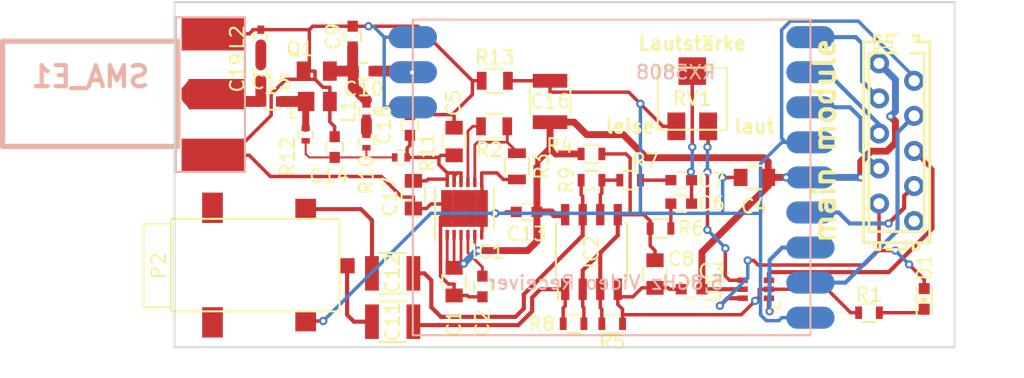
<source format=kicad_pcb>
(kicad_pcb (version 20171130) (host pcbnew "(5.1.12)-1")

  (general
    (thickness 1.6)
    (drawings 10)
    (tracks 427)
    (zones 0)
    (modules 44)
    (nets 35)
  )

  (page A4)
  (title_block
    (title "Diversity-Modul für den RX5823")
    (date 2016-04-13)
    (rev 0.1)
  )

  (layers
    (0 F.Cu signal)
    (31 B.Cu signal)
    (32 B.Adhes user hide)
    (33 F.Adhes user hide)
    (34 B.Paste user hide)
    (35 F.Paste user hide)
    (36 B.SilkS user hide)
    (37 F.SilkS user)
    (38 B.Mask user)
    (39 F.Mask user)
    (40 Dwgs.User user)
    (41 Cmts.User user)
    (42 Eco1.User user)
    (43 Eco2.User user)
    (44 Edge.Cuts user)
    (45 Margin user)
    (46 B.CrtYd user)
    (47 F.CrtYd user)
    (48 B.Fab user)
    (49 F.Fab user)
  )

  (setup
    (last_trace_width 0.25)
    (user_trace_width 0.15)
    (user_trace_width 0.2)
    (user_trace_width 0.25)
    (user_trace_width 0.3)
    (user_trace_width 0.5)
    (user_trace_width 0.786937)
    (trace_clearance 0.2)
    (zone_clearance 0.23)
    (zone_45_only no)
    (trace_min 0.15)
    (via_size 0.6)
    (via_drill 0.3)
    (via_min_size 0.6)
    (via_min_drill 0.3)
    (user_via 0.8 0.4)
    (user_via 1 0.5)
    (uvia_size 0.3)
    (uvia_drill 0.1)
    (uvias_allowed no)
    (uvia_min_size 0.2)
    (uvia_min_drill 0.1)
    (edge_width 0.15)
    (segment_width 0.2)
    (pcb_text_width 0.3)
    (pcb_text_size 1.5 1.5)
    (mod_edge_width 0.15)
    (mod_text_size 1 1)
    (mod_text_width 0.15)
    (pad_size 1.524 1.524)
    (pad_drill 0.762)
    (pad_to_mask_clearance 0.2)
    (aux_axis_origin 0 0)
    (visible_elements 7FFFFFFF)
    (pcbplotparams
      (layerselection 0x014f0_ffffffff)
      (usegerberextensions true)
      (usegerberattributes true)
      (usegerberadvancedattributes true)
      (creategerberjobfile true)
      (excludeedgelayer true)
      (linewidth 0.100000)
      (plotframeref false)
      (viasonmask false)
      (mode 1)
      (useauxorigin false)
      (hpglpennumber 1)
      (hpglpenspeed 20)
      (hpglpendiameter 15.000000)
      (psnegative false)
      (psa4output false)
      (plotreference true)
      (plotvalue false)
      (plotinvisibletext false)
      (padsonsilk false)
      (subtractmaskfromsilk true)
      (outputformat 1)
      (mirror false)
      (drillshape 0)
      (scaleselection 1)
      (outputdirectory "gerber/"))
  )

  (net 0 "")
  (net 1 +5V)
  (net 2 GNDA)
  (net 3 "Net-(C2-Pad1)")
  (net 4 GND)
  (net 5 /+3,0V)
  (net 6 "Net-(C6-Pad1)")
  (net 7 "Net-(C6-Pad2)")
  (net 8 "Net-(C7-Pad1)")
  (net 9 "Net-(C8-Pad1)")
  (net 10 "Net-(C10-Pad1)")
  (net 11 "Net-(C10-Pad2)")
  (net 12 "Net-(C11-Pad1)")
  (net 13 "Net-(C11-Pad2)")
  (net 14 "Net-(C12-Pad1)")
  (net 15 "Net-(C12-Pad2)")
  (net 16 "Net-(C14-Pad2)")
  (net 17 "Net-(C15-Pad1)")
  (net 18 "Net-(C15-Pad2)")
  (net 19 /switch)
  (net 20 "Net-(D1-Pad1)")
  (net 21 "Net-(IC1-Pad8)")
  (net 22 "Net-(IC1-Pad9)")
  (net 23 "Net-(IC2-Pad6)")
  (net 24 "Net-(L1-Pad1)")
  (net 25 /data)
  (net 26 /video2)
  (net 27 /ss)
  (net 28 /audio1)
  (net 29 /clk)
  (net 30 /rssi)
  (net 31 "Net-(P1-Pad10)")
  (net 32 "Net-(RV1-Pad1)")
  (net 33 "Net-(U1-Pad1)")
  (net 34 "Net-(C19-Pad2)")

  (net_class Default "This is the default net class."
    (clearance 0.2)
    (trace_width 0.25)
    (via_dia 0.6)
    (via_drill 0.3)
    (uvia_dia 0.3)
    (uvia_drill 0.1)
    (add_net +5V)
    (add_net /+3,0V)
    (add_net /audio1)
    (add_net /clk)
    (add_net /data)
    (add_net /rssi)
    (add_net /ss)
    (add_net /switch)
    (add_net /video2)
    (add_net GND)
    (add_net GNDA)
    (add_net "Net-(C10-Pad1)")
    (add_net "Net-(C10-Pad2)")
    (add_net "Net-(C11-Pad1)")
    (add_net "Net-(C11-Pad2)")
    (add_net "Net-(C12-Pad1)")
    (add_net "Net-(C12-Pad2)")
    (add_net "Net-(C14-Pad2)")
    (add_net "Net-(C15-Pad1)")
    (add_net "Net-(C15-Pad2)")
    (add_net "Net-(C19-Pad2)")
    (add_net "Net-(C2-Pad1)")
    (add_net "Net-(C6-Pad1)")
    (add_net "Net-(C6-Pad2)")
    (add_net "Net-(C7-Pad1)")
    (add_net "Net-(C8-Pad1)")
    (add_net "Net-(D1-Pad1)")
    (add_net "Net-(IC1-Pad8)")
    (add_net "Net-(IC1-Pad9)")
    (add_net "Net-(IC2-Pad6)")
    (add_net "Net-(L1-Pad1)")
    (add_net "Net-(P1-Pad10)")
    (add_net "Net-(RV1-Pad1)")
    (add_net "Net-(U1-Pad1)")
  )

  (module Capacitors_SMD:C_0805 (layer F.Cu) (tedit 570E2E2F) (tstamp 570DFBF1)
    (at 112.25 100.25 270)
    (descr "Capacitor SMD 0805, reflow soldering, AVX (see smccp.pdf)")
    (tags "capacitor 0805")
    (path /5707B38B)
    (attr smd)
    (fp_text reference C1 (at 3 0 270) (layer F.SilkS)
      (effects (font (size 1 1) (thickness 0.15)))
    )
    (fp_text value 10u (at 0 2.1 270) (layer F.Fab)
      (effects (font (size 1 1) (thickness 0.15)))
    )
    (fp_line (start -0.5 0.85) (end 0.5 0.85) (layer F.SilkS) (width 0.15))
    (fp_line (start 0.5 -0.85) (end -0.5 -0.85) (layer F.SilkS) (width 0.15))
    (fp_line (start 1.8 -1) (end 1.8 1) (layer F.CrtYd) (width 0.05))
    (fp_line (start -1.8 -1) (end -1.8 1) (layer F.CrtYd) (width 0.05))
    (fp_line (start -1.8 1) (end 1.8 1) (layer F.CrtYd) (width 0.05))
    (fp_line (start -1.8 -1) (end 1.8 -1) (layer F.CrtYd) (width 0.05))
    (pad 1 smd rect (at -1 0 270) (size 1 1.25) (layers F.Cu F.Paste F.Mask)
      (net 1 +5V))
    (pad 2 smd rect (at 1 0 270) (size 1 1.25) (layers F.Cu F.Paste F.Mask)
      (net 2 GNDA))
    (model Capacitors_SMD.3dshapes/C_0805.wrl
      (at (xyz 0 0 0))
      (scale (xyz 1 1 1))
      (rotate (xyz 0 0 0))
    )
  )

  (module Capacitors_SMD:C_0603 (layer F.Cu) (tedit 570E2E25) (tstamp 570DFBF7)
    (at 114.3 100.6 270)
    (descr "Capacitor SMD 0603, reflow soldering, AVX (see smccp.pdf)")
    (tags "capacitor 0603")
    (path /5707A3F7)
    (attr smd)
    (fp_text reference C2 (at 2.65 0 270) (layer F.SilkS)
      (effects (font (size 1 1) (thickness 0.15)))
    )
    (fp_text value 10n (at 0 1.9 270) (layer F.Fab)
      (effects (font (size 1 1) (thickness 0.15)))
    )
    (fp_line (start 0.35 0.6) (end -0.35 0.6) (layer F.SilkS) (width 0.15))
    (fp_line (start -0.35 -0.6) (end 0.35 -0.6) (layer F.SilkS) (width 0.15))
    (fp_line (start 1.45 -0.75) (end 1.45 0.75) (layer F.CrtYd) (width 0.05))
    (fp_line (start -1.45 -0.75) (end -1.45 0.75) (layer F.CrtYd) (width 0.05))
    (fp_line (start -1.45 0.75) (end 1.45 0.75) (layer F.CrtYd) (width 0.05))
    (fp_line (start -1.45 -0.75) (end 1.45 -0.75) (layer F.CrtYd) (width 0.05))
    (pad 1 smd rect (at -0.75 0 270) (size 0.8 0.75) (layers F.Cu F.Paste F.Mask)
      (net 3 "Net-(C2-Pad1)"))
    (pad 2 smd rect (at 0.75 0 270) (size 0.8 0.75) (layers F.Cu F.Paste F.Mask)
      (net 2 GNDA))
    (model Capacitors_SMD.3dshapes/C_0603.wrl
      (at (xyz 0 0 0))
      (scale (xyz 1 1 1))
      (rotate (xyz 0 0 0))
    )
  )

  (module Capacitors_SMD:C_0603 (layer F.Cu) (tedit 0) (tstamp 570DFBFD)
    (at 129.45 100.8 180)
    (descr "Capacitor SMD 0603, reflow soldering, AVX (see smccp.pdf)")
    (tags "capacitor 0603")
    (path /5706BA87)
    (attr smd)
    (fp_text reference C3 (at -1.45 1.3 180) (layer F.SilkS)
      (effects (font (size 1 1) (thickness 0.15)))
    )
    (fp_text value 100n (at 0 1.9 180) (layer F.Fab)
      (effects (font (size 1 1) (thickness 0.15)))
    )
    (fp_line (start 0.35 0.6) (end -0.35 0.6) (layer F.SilkS) (width 0.15))
    (fp_line (start -0.35 -0.6) (end 0.35 -0.6) (layer F.SilkS) (width 0.15))
    (fp_line (start 1.45 -0.75) (end 1.45 0.75) (layer F.CrtYd) (width 0.05))
    (fp_line (start -1.45 -0.75) (end -1.45 0.75) (layer F.CrtYd) (width 0.05))
    (fp_line (start -1.45 0.75) (end 1.45 0.75) (layer F.CrtYd) (width 0.05))
    (fp_line (start -1.45 -0.75) (end 1.45 -0.75) (layer F.CrtYd) (width 0.05))
    (pad 1 smd rect (at -0.75 0 180) (size 0.8 0.75) (layers F.Cu F.Paste F.Mask)
      (net 1 +5V))
    (pad 2 smd rect (at 0.75 0 180) (size 0.8 0.75) (layers F.Cu F.Paste F.Mask)
      (net 4 GND))
    (model Capacitors_SMD.3dshapes/C_0603.wrl
      (at (xyz 0 0 0))
      (scale (xyz 1 1 1))
      (rotate (xyz 0 0 0))
    )
  )

  (module Capacitors_SMD:C_0805 (layer F.Cu) (tedit 5415D6EA) (tstamp 570DFC03)
    (at 134 92.7 180)
    (descr "Capacitor SMD 0805, reflow soldering, AVX (see smccp.pdf)")
    (tags "capacitor 0805")
    (path /5706C39C)
    (attr smd)
    (fp_text reference C4 (at 0 -2.1 180) (layer F.SilkS)
      (effects (font (size 1 1) (thickness 0.15)))
    )
    (fp_text value 10u (at 0 2.1 180) (layer F.Fab)
      (effects (font (size 1 1) (thickness 0.15)))
    )
    (fp_line (start -0.5 0.85) (end 0.5 0.85) (layer F.SilkS) (width 0.15))
    (fp_line (start 0.5 -0.85) (end -0.5 -0.85) (layer F.SilkS) (width 0.15))
    (fp_line (start 1.8 -1) (end 1.8 1) (layer F.CrtYd) (width 0.05))
    (fp_line (start -1.8 -1) (end -1.8 1) (layer F.CrtYd) (width 0.05))
    (fp_line (start -1.8 1) (end 1.8 1) (layer F.CrtYd) (width 0.05))
    (fp_line (start -1.8 -1) (end 1.8 -1) (layer F.CrtYd) (width 0.05))
    (pad 1 smd rect (at -1 0 180) (size 1 1.25) (layers F.Cu F.Paste F.Mask)
      (net 1 +5V))
    (pad 2 smd rect (at 1 0 180) (size 1 1.25) (layers F.Cu F.Paste F.Mask)
      (net 4 GND))
    (model Capacitors_SMD.3dshapes/C_0805.wrl
      (at (xyz 0 0 0))
      (scale (xyz 1 1 1))
      (rotate (xyz 0 0 0))
    )
  )

  (module Capacitors_SMD:C_0805 (layer F.Cu) (tedit 570E87EF) (tstamp 570DFC09)
    (at 112.25 90.1 90)
    (descr "Capacitor SMD 0805, reflow soldering, AVX (see smccp.pdf)")
    (tags "capacitor 0805")
    (path /5707BC6E)
    (attr smd)
    (fp_text reference C5 (at 2.8 -0.05 90) (layer F.SilkS)
      (effects (font (size 1 1) (thickness 0.15)))
    )
    (fp_text value 10u (at 0 2.1 90) (layer F.Fab)
      (effects (font (size 1 1) (thickness 0.15)))
    )
    (fp_line (start -0.5 0.85) (end 0.5 0.85) (layer F.SilkS) (width 0.15))
    (fp_line (start 0.5 -0.85) (end -0.5 -0.85) (layer F.SilkS) (width 0.15))
    (fp_line (start 1.8 -1) (end 1.8 1) (layer F.CrtYd) (width 0.05))
    (fp_line (start -1.8 -1) (end -1.8 1) (layer F.CrtYd) (width 0.05))
    (fp_line (start -1.8 1) (end 1.8 1) (layer F.CrtYd) (width 0.05))
    (fp_line (start -1.8 -1) (end 1.8 -1) (layer F.CrtYd) (width 0.05))
    (pad 1 smd rect (at -1 0 90) (size 1 1.25) (layers F.Cu F.Paste F.Mask)
      (net 5 /+3,0V))
    (pad 2 smd rect (at 1 0 90) (size 1 1.25) (layers F.Cu F.Paste F.Mask)
      (net 2 GNDA))
    (model Capacitors_SMD.3dshapes/C_0805.wrl
      (at (xyz 0 0 0))
      (scale (xyz 1 1 1))
      (rotate (xyz 0 0 0))
    )
  )

  (module Capacitors_SMD:C_0603 (layer F.Cu) (tedit 570E87CA) (tstamp 570DFC0F)
    (at 128.7 94.6)
    (descr "Capacitor SMD 0603, reflow soldering, AVX (see smccp.pdf)")
    (tags "capacitor 0603")
    (path /5706E532)
    (attr smd)
    (fp_text reference C6 (at 2.2 0) (layer F.SilkS)
      (effects (font (size 1 1) (thickness 0.15)))
    )
    (fp_text value 1u (at 0 1.9) (layer F.Fab)
      (effects (font (size 1 1) (thickness 0.15)))
    )
    (fp_line (start 0.35 0.6) (end -0.35 0.6) (layer F.SilkS) (width 0.15))
    (fp_line (start -0.35 -0.6) (end 0.35 -0.6) (layer F.SilkS) (width 0.15))
    (fp_line (start 1.45 -0.75) (end 1.45 0.75) (layer F.CrtYd) (width 0.05))
    (fp_line (start -1.45 -0.75) (end -1.45 0.75) (layer F.CrtYd) (width 0.05))
    (fp_line (start -1.45 0.75) (end 1.45 0.75) (layer F.CrtYd) (width 0.05))
    (fp_line (start -1.45 -0.75) (end 1.45 -0.75) (layer F.CrtYd) (width 0.05))
    (pad 1 smd rect (at -0.75 0) (size 0.8 0.75) (layers F.Cu F.Paste F.Mask)
      (net 6 "Net-(C6-Pad1)"))
    (pad 2 smd rect (at 0.75 0) (size 0.8 0.75) (layers F.Cu F.Paste F.Mask)
      (net 7 "Net-(C6-Pad2)"))
    (model Capacitors_SMD.3dshapes/C_0603.wrl
      (at (xyz 0 0 0))
      (scale (xyz 1 1 1))
      (rotate (xyz 0 0 0))
    )
  )

  (module Capacitors_SMD:C_0603 (layer F.Cu) (tedit 570E87C6) (tstamp 570DFC15)
    (at 128.7 92.9)
    (descr "Capacitor SMD 0603, reflow soldering, AVX (see smccp.pdf)")
    (tags "capacitor 0603")
    (path /5706E622)
    (attr smd)
    (fp_text reference C7 (at 2.2 0) (layer F.SilkS)
      (effects (font (size 1 1) (thickness 0.15)))
    )
    (fp_text value 1u (at 0 1.9) (layer F.Fab)
      (effects (font (size 1 1) (thickness 0.15)))
    )
    (fp_line (start 0.35 0.6) (end -0.35 0.6) (layer F.SilkS) (width 0.15))
    (fp_line (start -0.35 -0.6) (end 0.35 -0.6) (layer F.SilkS) (width 0.15))
    (fp_line (start 1.45 -0.75) (end 1.45 0.75) (layer F.CrtYd) (width 0.05))
    (fp_line (start -1.45 -0.75) (end -1.45 0.75) (layer F.CrtYd) (width 0.05))
    (fp_line (start -1.45 0.75) (end 1.45 0.75) (layer F.CrtYd) (width 0.05))
    (fp_line (start -1.45 -0.75) (end 1.45 -0.75) (layer F.CrtYd) (width 0.05))
    (pad 1 smd rect (at -0.75 0) (size 0.8 0.75) (layers F.Cu F.Paste F.Mask)
      (net 8 "Net-(C7-Pad1)"))
    (pad 2 smd rect (at 0.75 0) (size 0.8 0.75) (layers F.Cu F.Paste F.Mask)
      (net 7 "Net-(C6-Pad2)"))
    (model Capacitors_SMD.3dshapes/C_0603.wrl
      (at (xyz 0 0 0))
      (scale (xyz 1 1 1))
      (rotate (xyz 0 0 0))
    )
  )

  (module Capacitors_SMD:C_0805 (layer F.Cu) (tedit 570E876B) (tstamp 570DFC1B)
    (at 126.8 99.7 270)
    (descr "Capacitor SMD 0805, reflow soldering, AVX (see smccp.pdf)")
    (tags "capacitor 0805")
    (path /5706DF6F)
    (attr smd)
    (fp_text reference C8 (at -1.1 -1.9) (layer F.SilkS)
      (effects (font (size 1 1) (thickness 0.15)))
    )
    (fp_text value 22u (at 0 2.1 270) (layer F.Fab)
      (effects (font (size 1 1) (thickness 0.15)))
    )
    (fp_line (start -0.5 0.85) (end 0.5 0.85) (layer F.SilkS) (width 0.15))
    (fp_line (start 0.5 -0.85) (end -0.5 -0.85) (layer F.SilkS) (width 0.15))
    (fp_line (start 1.8 -1) (end 1.8 1) (layer F.CrtYd) (width 0.05))
    (fp_line (start -1.8 -1) (end -1.8 1) (layer F.CrtYd) (width 0.05))
    (fp_line (start -1.8 1) (end 1.8 1) (layer F.CrtYd) (width 0.05))
    (fp_line (start -1.8 -1) (end 1.8 -1) (layer F.CrtYd) (width 0.05))
    (pad 1 smd rect (at -1 0 270) (size 1 1.25) (layers F.Cu F.Paste F.Mask)
      (net 9 "Net-(C8-Pad1)"))
    (pad 2 smd rect (at 1 0 270) (size 1 1.25) (layers F.Cu F.Paste F.Mask)
      (net 4 GND))
    (model Capacitors_SMD.3dshapes/C_0805.wrl
      (at (xyz 0 0 0))
      (scale (xyz 1 1 1))
      (rotate (xyz 0 0 0))
    )
  )

  (module Capacitors_SMD:C_0603 (layer F.Cu) (tedit 0) (tstamp 570DFC21)
    (at 104.9 82.5 90)
    (descr "Capacitor SMD 0603, reflow soldering, AVX (see smccp.pdf)")
    (tags "capacitor 0603")
    (path /570749B7)
    (attr smd)
    (fp_text reference C9 (at 0 -1.4 90) (layer F.SilkS)
      (effects (font (size 1 1) (thickness 0.15)))
    )
    (fp_text value 1p (at 0 1.9 90) (layer F.Fab)
      (effects (font (size 1 1) (thickness 0.15)))
    )
    (fp_line (start 0.35 0.6) (end -0.35 0.6) (layer F.SilkS) (width 0.15))
    (fp_line (start -0.35 -0.6) (end 0.35 -0.6) (layer F.SilkS) (width 0.15))
    (fp_line (start 1.45 -0.75) (end 1.45 0.75) (layer F.CrtYd) (width 0.05))
    (fp_line (start -1.45 -0.75) (end -1.45 0.75) (layer F.CrtYd) (width 0.05))
    (fp_line (start -1.45 0.75) (end 1.45 0.75) (layer F.CrtYd) (width 0.05))
    (fp_line (start -1.45 -0.75) (end 1.45 -0.75) (layer F.CrtYd) (width 0.05))
    (pad 1 smd rect (at -0.75 0 90) (size 0.8 0.75) (layers F.Cu F.Paste F.Mask)
      (net 10 "Net-(C10-Pad1)"))
    (pad 2 smd rect (at 0.75 0 90) (size 0.8 0.75) (layers F.Cu F.Paste F.Mask)
      (net 2 GNDA))
    (model Capacitors_SMD.3dshapes/C_0603.wrl
      (at (xyz 0 0 0))
      (scale (xyz 1 1 1))
      (rotate (xyz 0 0 0))
    )
  )

  (module Capacitors_SMD:C_0603 (layer F.Cu) (tedit 570E888B) (tstamp 570DFC27)
    (at 105.7 85)
    (descr "Capacitor SMD 0603, reflow soldering, AVX (see smccp.pdf)")
    (tags "capacitor 0603")
    (path /57074766)
    (attr smd)
    (fp_text reference C10 (at 0 1.3) (layer F.SilkS)
      (effects (font (size 1 1) (thickness 0.15)))
    )
    (fp_text value 1p (at 0 1.9) (layer F.Fab)
      (effects (font (size 1 1) (thickness 0.15)))
    )
    (fp_line (start 0.35 0.6) (end -0.35 0.6) (layer F.SilkS) (width 0.15))
    (fp_line (start -0.35 -0.6) (end 0.35 -0.6) (layer F.SilkS) (width 0.15))
    (fp_line (start 1.45 -0.75) (end 1.45 0.75) (layer F.CrtYd) (width 0.05))
    (fp_line (start -1.45 -0.75) (end -1.45 0.75) (layer F.CrtYd) (width 0.05))
    (fp_line (start -1.45 0.75) (end 1.45 0.75) (layer F.CrtYd) (width 0.05))
    (fp_line (start -1.45 -0.75) (end 1.45 -0.75) (layer F.CrtYd) (width 0.05))
    (pad 1 smd rect (at -0.75 0) (size 0.8 0.75) (layers F.Cu F.Paste F.Mask)
      (net 10 "Net-(C10-Pad1)"))
    (pad 2 smd rect (at 0.75 0) (size 0.8 0.75) (layers F.Cu F.Paste F.Mask)
      (net 11 "Net-(C10-Pad2)"))
    (model Capacitors_SMD.3dshapes/C_0603.wrl
      (at (xyz 0 0 0))
      (scale (xyz 1 1 1))
      (rotate (xyz 0 0 0))
    )
  )

  (module Capacitors_SMD:C_1210 (layer F.Cu) (tedit 0) (tstamp 570DFC2D)
    (at 107.8 103.15 180)
    (descr "Capacitor SMD 1210, reflow soldering, AVX (see smccp.pdf)")
    (tags "capacitor 1210")
    (path /5706EB6E)
    (attr smd)
    (fp_text reference C11 (at 0 0 270) (layer F.SilkS)
      (effects (font (size 1 1) (thickness 0.15)))
    )
    (fp_text value 100µ (at 0 2.7 180) (layer F.Fab)
      (effects (font (size 1 1) (thickness 0.15)))
    )
    (fp_line (start -1 1.475) (end 1 1.475) (layer F.SilkS) (width 0.15))
    (fp_line (start 1 -1.475) (end -1 -1.475) (layer F.SilkS) (width 0.15))
    (fp_line (start 2.3 -1.6) (end 2.3 1.6) (layer F.CrtYd) (width 0.05))
    (fp_line (start -2.3 -1.6) (end -2.3 1.6) (layer F.CrtYd) (width 0.05))
    (fp_line (start -2.3 1.6) (end 2.3 1.6) (layer F.CrtYd) (width 0.05))
    (fp_line (start -2.3 -1.6) (end 2.3 -1.6) (layer F.CrtYd) (width 0.05))
    (pad 1 smd rect (at -1.5 0 180) (size 1 2.5) (layers F.Cu F.Paste F.Mask)
      (net 12 "Net-(C11-Pad1)"))
    (pad 2 smd rect (at 1.5 0 180) (size 1 2.5) (layers F.Cu F.Paste F.Mask)
      (net 13 "Net-(C11-Pad2)"))
    (model Capacitors_SMD.3dshapes/C_1210.wrl
      (at (xyz 0 0 0))
      (scale (xyz 1 1 1))
      (rotate (xyz 0 0 0))
    )
  )

  (module Capacitors_SMD:C_1210 (layer F.Cu) (tedit 0) (tstamp 570DFC33)
    (at 107.8 99.65 180)
    (descr "Capacitor SMD 1210, reflow soldering, AVX (see smccp.pdf)")
    (tags "capacitor 1210")
    (path /5706EC65)
    (attr smd)
    (fp_text reference C12 (at 0 0 270) (layer F.SilkS)
      (effects (font (size 1 1) (thickness 0.15)))
    )
    (fp_text value 100µ (at 0 2.7 180) (layer F.Fab)
      (effects (font (size 1 1) (thickness 0.15)))
    )
    (fp_line (start -1 1.475) (end 1 1.475) (layer F.SilkS) (width 0.15))
    (fp_line (start 1 -1.475) (end -1 -1.475) (layer F.SilkS) (width 0.15))
    (fp_line (start 2.3 -1.6) (end 2.3 1.6) (layer F.CrtYd) (width 0.05))
    (fp_line (start -2.3 -1.6) (end -2.3 1.6) (layer F.CrtYd) (width 0.05))
    (fp_line (start -2.3 1.6) (end 2.3 1.6) (layer F.CrtYd) (width 0.05))
    (fp_line (start -2.3 -1.6) (end 2.3 -1.6) (layer F.CrtYd) (width 0.05))
    (pad 1 smd rect (at -1.5 0 180) (size 1 2.5) (layers F.Cu F.Paste F.Mask)
      (net 14 "Net-(C12-Pad1)"))
    (pad 2 smd rect (at 1.5 0 180) (size 1 2.5) (layers F.Cu F.Paste F.Mask)
      (net 15 "Net-(C12-Pad2)"))
    (model Capacitors_SMD.3dshapes/C_1210.wrl
      (at (xyz 0 0 0))
      (scale (xyz 1 1 1))
      (rotate (xyz 0 0 0))
    )
  )

  (module Capacitors_SMD:C_0603 (layer F.Cu) (tedit 0) (tstamp 570DFC39)
    (at 117.5 95.2 180)
    (descr "Capacitor SMD 0603, reflow soldering, AVX (see smccp.pdf)")
    (tags "capacitor 0603")
    (path /5706F38D)
    (attr smd)
    (fp_text reference C13 (at 0 -1.6 180) (layer F.SilkS)
      (effects (font (size 1 1) (thickness 0.15)))
    )
    (fp_text value 100n (at 0 1.9 180) (layer F.Fab)
      (effects (font (size 1 1) (thickness 0.15)))
    )
    (fp_line (start 0.35 0.6) (end -0.35 0.6) (layer F.SilkS) (width 0.15))
    (fp_line (start -0.35 -0.6) (end 0.35 -0.6) (layer F.SilkS) (width 0.15))
    (fp_line (start 1.45 -0.75) (end 1.45 0.75) (layer F.CrtYd) (width 0.05))
    (fp_line (start -1.45 -0.75) (end -1.45 0.75) (layer F.CrtYd) (width 0.05))
    (fp_line (start -1.45 0.75) (end 1.45 0.75) (layer F.CrtYd) (width 0.05))
    (fp_line (start -1.45 -0.75) (end 1.45 -0.75) (layer F.CrtYd) (width 0.05))
    (pad 1 smd rect (at -0.75 0 180) (size 0.8 0.75) (layers F.Cu F.Paste F.Mask)
      (net 1 +5V))
    (pad 2 smd rect (at 0.75 0 180) (size 0.8 0.75) (layers F.Cu F.Paste F.Mask)
      (net 4 GND))
    (model Capacitors_SMD.3dshapes/C_0603.wrl
      (at (xyz 0 0 0))
      (scale (xyz 1 1 1))
      (rotate (xyz 0 0 0))
    )
  )

  (module Capacitors_SMD:C_0603 (layer F.Cu) (tedit 570E883E) (tstamp 570DFC3F)
    (at 103.6 90.5 270)
    (descr "Capacitor SMD 0603, reflow soldering, AVX (see smccp.pdf)")
    (tags "capacitor 0603")
    (path /57073631)
    (attr smd)
    (fp_text reference C14 (at 2.1 0.4) (layer F.SilkS)
      (effects (font (size 1 1) (thickness 0.15)))
    )
    (fp_text value 33pF (at 0 1.9 270) (layer F.Fab)
      (effects (font (size 1 1) (thickness 0.15)))
    )
    (fp_line (start 0.35 0.6) (end -0.35 0.6) (layer F.SilkS) (width 0.15))
    (fp_line (start -0.35 -0.6) (end 0.35 -0.6) (layer F.SilkS) (width 0.15))
    (fp_line (start 1.45 -0.75) (end 1.45 0.75) (layer F.CrtYd) (width 0.05))
    (fp_line (start -1.45 -0.75) (end -1.45 0.75) (layer F.CrtYd) (width 0.05))
    (fp_line (start -1.45 0.75) (end 1.45 0.75) (layer F.CrtYd) (width 0.05))
    (fp_line (start -1.45 -0.75) (end 1.45 -0.75) (layer F.CrtYd) (width 0.05))
    (pad 1 smd rect (at -0.75 0 270) (size 0.8 0.75) (layers F.Cu F.Paste F.Mask)
      (net 2 GNDA))
    (pad 2 smd rect (at 0.75 0 270) (size 0.8 0.75) (layers F.Cu F.Paste F.Mask)
      (net 16 "Net-(C14-Pad2)"))
    (model Capacitors_SMD.3dshapes/C_0603.wrl
      (at (xyz 0 0 0))
      (scale (xyz 1 1 1))
      (rotate (xyz 0 0 0))
    )
  )

  (module Capacitors_SMD:C_0603 (layer F.Cu) (tedit 0) (tstamp 570DFC45)
    (at 99 87.2)
    (descr "Capacitor SMD 0603, reflow soldering, AVX (see smccp.pdf)")
    (tags "capacitor 0603")
    (path /570739F6)
    (attr smd)
    (fp_text reference C15 (at 0 -1.4) (layer F.SilkS)
      (effects (font (size 1 1) (thickness 0.15)))
    )
    (fp_text value 22p (at 0 1.9) (layer F.Fab)
      (effects (font (size 1 1) (thickness 0.15)))
    )
    (fp_line (start 0.35 0.6) (end -0.35 0.6) (layer F.SilkS) (width 0.15))
    (fp_line (start -0.35 -0.6) (end 0.35 -0.6) (layer F.SilkS) (width 0.15))
    (fp_line (start 1.45 -0.75) (end 1.45 0.75) (layer F.CrtYd) (width 0.05))
    (fp_line (start -1.45 -0.75) (end -1.45 0.75) (layer F.CrtYd) (width 0.05))
    (fp_line (start -1.45 0.75) (end 1.45 0.75) (layer F.CrtYd) (width 0.05))
    (fp_line (start -1.45 -0.75) (end 1.45 -0.75) (layer F.CrtYd) (width 0.05))
    (pad 1 smd rect (at -0.75 0) (size 0.8 0.75) (layers F.Cu F.Paste F.Mask)
      (net 17 "Net-(C15-Pad1)"))
    (pad 2 smd rect (at 0.75 0) (size 0.8 0.75) (layers F.Cu F.Paste F.Mask)
      (net 18 "Net-(C15-Pad2)"))
    (model Capacitors_SMD.3dshapes/C_0603.wrl
      (at (xyz 0 0 0))
      (scale (xyz 1 1 1))
      (rotate (xyz 0 0 0))
    )
  )

  (module Capacitors_SMD:C_1210 (layer F.Cu) (tedit 570E87E0) (tstamp 570DFC4B)
    (at 119.2 87.2 90)
    (descr "Capacitor SMD 1210, reflow soldering, AVX (see smccp.pdf)")
    (tags "capacitor 1210")
    (path /5706F496)
    (attr smd)
    (fp_text reference C16 (at 0 0 180) (layer F.SilkS)
      (effects (font (size 1 1) (thickness 0.15)))
    )
    (fp_text value 100µ (at 0 2.7 90) (layer F.Fab)
      (effects (font (size 1 1) (thickness 0.15)))
    )
    (fp_line (start -1 1.475) (end 1 1.475) (layer F.SilkS) (width 0.15))
    (fp_line (start 1 -1.475) (end -1 -1.475) (layer F.SilkS) (width 0.15))
    (fp_line (start 2.3 -1.6) (end 2.3 1.6) (layer F.CrtYd) (width 0.05))
    (fp_line (start -2.3 -1.6) (end -2.3 1.6) (layer F.CrtYd) (width 0.05))
    (fp_line (start -2.3 1.6) (end 2.3 1.6) (layer F.CrtYd) (width 0.05))
    (fp_line (start -2.3 -1.6) (end 2.3 -1.6) (layer F.CrtYd) (width 0.05))
    (pad 1 smd rect (at -1.5 0 90) (size 1 2.5) (layers F.Cu F.Paste F.Mask)
      (net 1 +5V))
    (pad 2 smd rect (at 1.5 0 90) (size 1 2.5) (layers F.Cu F.Paste F.Mask)
      (net 4 GND))
    (model Capacitors_SMD.3dshapes/C_1210.wrl
      (at (xyz 0 0 0))
      (scale (xyz 1 1 1))
      (rotate (xyz 0 0 0))
    )
  )

  (module Capacitors_SMD:C_0805 (layer F.Cu) (tedit 570E87FE) (tstamp 570DFC51)
    (at 109.3 93.95 270)
    (descr "Capacitor SMD 0805, reflow soldering, AVX (see smccp.pdf)")
    (tags "capacitor 0805")
    (path /5707C090)
    (attr smd)
    (fp_text reference C17 (at 0.15 1.7 270) (layer F.SilkS)
      (effects (font (size 1 1) (thickness 0.15)))
    )
    (fp_text value 10u (at 0 2.1 270) (layer F.Fab)
      (effects (font (size 1 1) (thickness 0.15)))
    )
    (fp_line (start -0.5 0.85) (end 0.5 0.85) (layer F.SilkS) (width 0.15))
    (fp_line (start 0.5 -0.85) (end -0.5 -0.85) (layer F.SilkS) (width 0.15))
    (fp_line (start 1.8 -1) (end 1.8 1) (layer F.CrtYd) (width 0.05))
    (fp_line (start -1.8 -1) (end -1.8 1) (layer F.CrtYd) (width 0.05))
    (fp_line (start -1.8 1) (end 1.8 1) (layer F.CrtYd) (width 0.05))
    (fp_line (start -1.8 -1) (end 1.8 -1) (layer F.CrtYd) (width 0.05))
    (pad 1 smd rect (at -1 0 270) (size 1 1.25) (layers F.Cu F.Paste F.Mask)
      (net 5 /+3,0V))
    (pad 2 smd rect (at 1 0 270) (size 1 1.25) (layers F.Cu F.Paste F.Mask)
      (net 2 GNDA))
    (model Capacitors_SMD.3dshapes/C_0805.wrl
      (at (xyz 0 0 0))
      (scale (xyz 1 1 1))
      (rotate (xyz 0 0 0))
    )
  )

  (module Capacitors_SMD:C_0603 (layer F.Cu) (tedit 5415D631) (tstamp 570DFC57)
    (at 109.05 88.9 90)
    (descr "Capacitor SMD 0603, reflow soldering, AVX (see smccp.pdf)")
    (tags "capacitor 0603")
    (path /5707C17A)
    (attr smd)
    (fp_text reference C18 (at 0 -1.9 90) (layer F.SilkS)
      (effects (font (size 1 1) (thickness 0.15)))
    )
    (fp_text value 100n (at 0 1.9 90) (layer F.Fab)
      (effects (font (size 1 1) (thickness 0.15)))
    )
    (fp_line (start 0.35 0.6) (end -0.35 0.6) (layer F.SilkS) (width 0.15))
    (fp_line (start -0.35 -0.6) (end 0.35 -0.6) (layer F.SilkS) (width 0.15))
    (fp_line (start 1.45 -0.75) (end 1.45 0.75) (layer F.CrtYd) (width 0.05))
    (fp_line (start -1.45 -0.75) (end -1.45 0.75) (layer F.CrtYd) (width 0.05))
    (fp_line (start -1.45 0.75) (end 1.45 0.75) (layer F.CrtYd) (width 0.05))
    (fp_line (start -1.45 -0.75) (end 1.45 -0.75) (layer F.CrtYd) (width 0.05))
    (pad 1 smd rect (at -0.75 0 90) (size 0.8 0.75) (layers F.Cu F.Paste F.Mask)
      (net 5 /+3,0V))
    (pad 2 smd rect (at 0.75 0 90) (size 0.8 0.75) (layers F.Cu F.Paste F.Mask)
      (net 2 GNDA))
    (model Capacitors_SMD.3dshapes/C_0603.wrl
      (at (xyz 0 0 0))
      (scale (xyz 1 1 1))
      (rotate (xyz 0 0 0))
    )
  )

  (module LEDs:LED_0603 (layer F.Cu) (tedit 0) (tstamp 570DFC5D)
    (at 146.3 101.5 90)
    (descr "LED 0603 smd package")
    (tags "LED led 0603 SMD smd SMT smt smdled SMDLED smtled SMTLED")
    (path /5706C58D)
    (attr smd)
    (fp_text reference D1 (at 2.3 0 90) (layer F.SilkS)
      (effects (font (size 1 1) (thickness 0.15)))
    )
    (fp_text value red (at 0 1.5 90) (layer F.Fab)
      (effects (font (size 1 1) (thickness 0.15)))
    )
    (fp_line (start -1.4 -0.75) (end 1.4 -0.75) (layer F.CrtYd) (width 0.05))
    (fp_line (start -1.4 0.75) (end -1.4 -0.75) (layer F.CrtYd) (width 0.05))
    (fp_line (start 1.4 0.75) (end -1.4 0.75) (layer F.CrtYd) (width 0.05))
    (fp_line (start 1.4 -0.75) (end 1.4 0.75) (layer F.CrtYd) (width 0.05))
    (fp_line (start 0 0.25) (end -0.25 0) (layer F.SilkS) (width 0.15))
    (fp_line (start 0 -0.25) (end 0 0.25) (layer F.SilkS) (width 0.15))
    (fp_line (start -0.25 0) (end 0 -0.25) (layer F.SilkS) (width 0.15))
    (fp_line (start -0.25 -0.25) (end -0.25 0.25) (layer F.SilkS) (width 0.15))
    (fp_line (start -0.2 0) (end 0.25 0) (layer F.SilkS) (width 0.15))
    (fp_line (start -1.1 -0.55) (end 0.8 -0.55) (layer F.SilkS) (width 0.15))
    (fp_line (start -1.1 0.55) (end 0.8 0.55) (layer F.SilkS) (width 0.15))
    (pad 2 smd rect (at 0.7493 0 270) (size 0.79756 0.79756) (layers F.Cu F.Paste F.Mask)
      (net 19 /switch))
    (pad 1 smd rect (at -0.7493 0 270) (size 0.79756 0.79756) (layers F.Cu F.Paste F.Mask)
      (net 20 "Net-(D1-Pad1)"))
    (model LEDs.3dshapes/LED_0603.wrl
      (at (xyz 0 0 0))
      (scale (xyz 1 1 1))
      (rotate (xyz 0 0 180))
    )
  )

  (module Housings_DFN_QFN:DFN-12-1EP_4x4mm_Pitch0.5mm (layer F.Cu) (tedit 570E874B) (tstamp 570DFC75)
    (at 113 94.95 90)
    (descr "DF Package; 12-Lead Plastic DFN (4mm x 4mm) (see Linear Technology 05081733_A_DF12.pdf)")
    (tags "DFN 0.5")
    (path /570797A4)
    (attr smd)
    (fp_text reference IC1 (at -3.15 1.7 180) (layer F.SilkS)
      (effects (font (size 1 1) (thickness 0.15)))
    )
    (fp_text value LP38798 (at 0 3.05 90) (layer F.Fab)
      (effects (font (size 1 1) (thickness 0.15)))
    )
    (fp_line (start -2.325 -2.125) (end 1.55 -2.125) (layer F.SilkS) (width 0.15))
    (fp_line (start -1.55 2.125) (end 1.55 2.125) (layer F.SilkS) (width 0.15))
    (fp_line (start -2.5 2.3) (end 2.5 2.3) (layer F.CrtYd) (width 0.05))
    (fp_line (start -2.5 -2.3) (end 2.5 -2.3) (layer F.CrtYd) (width 0.05))
    (fp_line (start 2.5 -2.3) (end 2.5 2.3) (layer F.CrtYd) (width 0.05))
    (fp_line (start -2.5 -2.3) (end -2.5 2.3) (layer F.CrtYd) (width 0.05))
    (pad 1 smd rect (at -1.9 -1.25 90) (size 0.7 0.25) (layers F.Cu F.Paste F.Mask)
      (net 1 +5V))
    (pad 2 smd rect (at -1.9 -0.75 90) (size 0.7 0.25) (layers F.Cu F.Paste F.Mask)
      (net 1 +5V))
    (pad 3 smd rect (at -1.9 -0.25 90) (size 0.7 0.25) (layers F.Cu F.Paste F.Mask)
      (net 1 +5V))
    (pad 4 smd rect (at -1.9 0.25 90) (size 0.7 0.25) (layers F.Cu F.Paste F.Mask)
      (net 3 "Net-(C2-Pad1)"))
    (pad 5 smd rect (at -1.9 0.75 90) (size 0.7 0.25) (layers F.Cu F.Paste F.Mask)
      (net 1 +5V))
    (pad 6 smd rect (at -1.9 1.25 90) (size 0.7 0.25) (layers F.Cu F.Paste F.Mask)
      (net 2 GNDA))
    (pad 7 smd rect (at 1.9 1.25 90) (size 0.7 0.25) (layers F.Cu F.Paste F.Mask)
      (net 2 GNDA))
    (pad 8 smd rect (at 1.9 0.75 90) (size 0.7 0.25) (layers F.Cu F.Paste F.Mask)
      (net 21 "Net-(IC1-Pad8)"))
    (pad 9 smd rect (at 1.9 0.25 90) (size 0.7 0.25) (layers F.Cu F.Paste F.Mask)
      (net 22 "Net-(IC1-Pad9)"))
    (pad 10 smd rect (at 1.9 -0.25 90) (size 0.7 0.25) (layers F.Cu F.Paste F.Mask)
      (net 5 /+3,0V))
    (pad 11 smd rect (at 1.9 -0.75 90) (size 0.7 0.25) (layers F.Cu F.Paste F.Mask)
      (net 5 /+3,0V))
    (pad 12 smd rect (at 1.9 -1.25 90) (size 0.7 0.25) (layers F.Cu F.Paste F.Mask)
      (net 5 /+3,0V))
    (pad 13 smd rect (at 0.665 1.2675 90) (size 1.33 0.845) (layers F.Cu F.Paste F.Mask)
      (net 2 GNDA) (solder_paste_margin_ratio -0.2))
    (pad 13 smd rect (at 0.665 0.4225 90) (size 1.33 0.845) (layers F.Cu F.Paste F.Mask)
      (net 2 GNDA) (solder_paste_margin_ratio -0.2))
    (pad 13 smd rect (at 0.665 -0.4225 90) (size 1.33 0.845) (layers F.Cu F.Paste F.Mask)
      (net 2 GNDA) (solder_paste_margin_ratio -0.2))
    (pad 13 smd rect (at 0.665 -1.2675 90) (size 1.33 0.845) (layers F.Cu F.Paste F.Mask)
      (net 2 GNDA) (solder_paste_margin_ratio -0.2))
    (pad 13 smd rect (at -0.665 1.2675 90) (size 1.33 0.845) (layers F.Cu F.Paste F.Mask)
      (net 2 GNDA) (solder_paste_margin_ratio -0.2))
    (pad 13 smd rect (at -0.665 0.4225 90) (size 1.33 0.845) (layers F.Cu F.Paste F.Mask)
      (net 2 GNDA) (solder_paste_margin_ratio -0.2))
    (pad 13 smd rect (at -0.665 -0.4225 90) (size 1.33 0.845) (layers F.Cu F.Paste F.Mask)
      (net 2 GNDA) (solder_paste_margin_ratio -0.2))
    (pad 13 smd rect (at -0.665 -1.2675 90) (size 1.33 0.845) (layers F.Cu F.Paste F.Mask)
      (net 2 GNDA) (solder_paste_margin_ratio -0.2))
    (model Housings_DFN_QFN.3dshapes/DFN-12-1EP_4x4mm_Pitch0.5mm.wrl
      (at (xyz 0 0 0))
      (scale (xyz 1 1 1))
      (rotate (xyz 0 0 0))
    )
  )

  (module Housings_SOIC:SOIC-8_3.9x4.9mm_Pitch1.27mm (layer F.Cu) (tedit 570E875E) (tstamp 570DFC81)
    (at 122.2 98.1 90)
    (descr "8-Lead Plastic Small Outline (SN) - Narrow, 3.90 mm Body [SOIC] (see Microchip Packaging Specification 00000049BS.pdf)")
    (tags "SOIC 1.27")
    (path /5706D130)
    (attr smd)
    (fp_text reference IC2 (at 0 0 90) (layer F.SilkS)
      (effects (font (size 1 1) (thickness 0.15)))
    )
    (fp_text value TDA1308A (at 0 3.5 90) (layer F.Fab)
      (effects (font (size 1 1) (thickness 0.15)))
    )
    (fp_line (start -2.075 -2.43) (end -3.475 -2.43) (layer F.SilkS) (width 0.15))
    (fp_line (start -2.075 2.575) (end 2.075 2.575) (layer F.SilkS) (width 0.15))
    (fp_line (start -2.075 -2.575) (end 2.075 -2.575) (layer F.SilkS) (width 0.15))
    (fp_line (start -2.075 2.575) (end -2.075 2.43) (layer F.SilkS) (width 0.15))
    (fp_line (start 2.075 2.575) (end 2.075 2.43) (layer F.SilkS) (width 0.15))
    (fp_line (start 2.075 -2.575) (end 2.075 -2.43) (layer F.SilkS) (width 0.15))
    (fp_line (start -2.075 -2.575) (end -2.075 -2.43) (layer F.SilkS) (width 0.15))
    (fp_line (start -3.75 2.75) (end 3.75 2.75) (layer F.CrtYd) (width 0.05))
    (fp_line (start -3.75 -2.75) (end 3.75 -2.75) (layer F.CrtYd) (width 0.05))
    (fp_line (start 3.75 -2.75) (end 3.75 2.75) (layer F.CrtYd) (width 0.05))
    (fp_line (start -3.75 -2.75) (end -3.75 2.75) (layer F.CrtYd) (width 0.05))
    (pad 1 smd rect (at -2.7 -1.905 90) (size 1.55 0.6) (layers F.Cu F.Paste F.Mask)
      (net 12 "Net-(C11-Pad1)"))
    (pad 2 smd rect (at -2.7 -0.635 90) (size 1.55 0.6) (layers F.Cu F.Paste F.Mask)
      (net 9 "Net-(C8-Pad1)"))
    (pad 3 smd rect (at -2.7 0.635 90) (size 1.55 0.6) (layers F.Cu F.Paste F.Mask)
      (net 9 "Net-(C8-Pad1)"))
    (pad 4 smd rect (at -2.7 1.905 90) (size 1.55 0.6) (layers F.Cu F.Paste F.Mask)
      (net 4 GND))
    (pad 5 smd rect (at 2.7 1.905 90) (size 1.55 0.6) (layers F.Cu F.Paste F.Mask)
      (net 9 "Net-(C8-Pad1)"))
    (pad 6 smd rect (at 2.7 0.635 90) (size 1.55 0.6) (layers F.Cu F.Paste F.Mask)
      (net 23 "Net-(IC2-Pad6)"))
    (pad 7 smd rect (at 2.7 -0.635 90) (size 1.55 0.6) (layers F.Cu F.Paste F.Mask)
      (net 14 "Net-(C12-Pad1)"))
    (pad 8 smd rect (at 2.7 -1.905 90) (size 1.55 0.6) (layers F.Cu F.Paste F.Mask)
      (net 1 +5V))
    (model Housings_SOIC.3dshapes/SOIC-8_3.9x4.9mm_Pitch1.27mm.wrl
      (at (xyz 0 0 0))
      (scale (xyz 1 1 1))
      (rotate (xyz 0 0 0))
    )
  )

  (module Resistors_SMD:R_0402 (layer F.Cu) (tedit 0) (tstamp 570DFC87)
    (at 105.9 87.9 90)
    (descr "Resistor SMD 0402, reflow soldering, Vishay (see dcrcw.pdf)")
    (tags "resistor 0402")
    (path /570733F8)
    (attr smd)
    (fp_text reference L1 (at 0 -1.3 90) (layer F.SilkS)
      (effects (font (size 1 1) (thickness 0.15)))
    )
    (fp_text value 1,8nH (at 0 1.8 90) (layer F.Fab)
      (effects (font (size 1 1) (thickness 0.15)))
    )
    (fp_line (start -0.25 0.525) (end 0.25 0.525) (layer F.SilkS) (width 0.15))
    (fp_line (start 0.25 -0.525) (end -0.25 -0.525) (layer F.SilkS) (width 0.15))
    (fp_line (start 0.95 -0.65) (end 0.95 0.65) (layer F.CrtYd) (width 0.05))
    (fp_line (start -0.95 -0.65) (end -0.95 0.65) (layer F.CrtYd) (width 0.05))
    (fp_line (start -0.95 0.65) (end 0.95 0.65) (layer F.CrtYd) (width 0.05))
    (fp_line (start -0.95 -0.65) (end 0.95 -0.65) (layer F.CrtYd) (width 0.05))
    (pad 1 smd rect (at -0.45 0 90) (size 0.4 0.6) (layers F.Cu F.Paste F.Mask)
      (net 24 "Net-(L1-Pad1)"))
    (pad 2 smd rect (at 0.45 0 90) (size 0.4 0.6) (layers F.Cu F.Paste F.Mask)
      (net 10 "Net-(C10-Pad1)"))
    (model Resistors_SMD.3dshapes/R_0402.wrl
      (at (xyz 0 0 0))
      (scale (xyz 1 1 1))
      (rotate (xyz 0 0 0))
    )
  )

  (module PhilippsFootprints:MICROMATCH-10 (layer F.Cu) (tedit 0) (tstamp 570DFC96)
    (at 144.3 90.15 90)
    (descr "MICROMATCH 10  8-215464-0 / 1-215464-0")
    (tags "MICROMATCH 10  8-215464-0 / 1-215464-0")
    (path /5706A91E)
    (attr virtual)
    (fp_text reference P1 (at 6.4516 -3.5052 90) (layer Dwgs.User) hide
      (effects (font (size 1.27 1.27) (thickness 0.0889)))
    )
    (fp_text value CONN_02X05 (at -1.905 3.175 90) (layer Dwgs.User)
      (effects (font (size 1.27 1.27) (thickness 0.0889)))
    )
    (fp_line (start 6.46938 1.99898) (end -6.46938 1.99898) (layer F.SilkS) (width 0.2032))
    (fp_line (start 6.46938 1.99898) (end 6.46938 -1.99898) (layer F.SilkS) (width 0.2032))
    (fp_line (start 7.26948 2.39776) (end -7.26948 2.39776) (layer F.SilkS) (width 0.2032))
    (fp_line (start 7.26948 -2.39776) (end -7.26948 -2.39776) (layer F.SilkS) (width 0.2032))
    (fp_line (start 6.46938 -1.99898) (end -6.46938 -1.99898) (layer F.SilkS) (width 0.2032))
    (fp_line (start 7.26948 2.39776) (end 7.26948 -2.39776) (layer F.SilkS) (width 0.2032))
    (fp_line (start 7.76986 1.19888) (end 7.36854 1.19888) (layer F.SilkS) (width 0.2032))
    (fp_line (start 7.76986 1.59766) (end 7.76986 1.19888) (layer F.SilkS) (width 0.2032))
    (fp_line (start 7.36854 1.59766) (end 7.76986 1.59766) (layer F.SilkS) (width 0.2032))
    (fp_line (start 7.76986 -1.59766) (end 7.36854 -1.59766) (layer F.SilkS) (width 0.2032))
    (fp_line (start 7.76986 -1.19888) (end 7.76986 -1.59766) (layer F.SilkS) (width 0.2032))
    (fp_line (start 7.36854 -1.19888) (end 7.76986 -1.19888) (layer F.SilkS) (width 0.2032))
    (fp_line (start 7.76986 -0.6985) (end 7.36854 -0.6985) (layer F.SilkS) (width 0.2032))
    (fp_line (start 7.76986 0.6985) (end 7.76986 -0.6985) (layer F.SilkS) (width 0.2032))
    (fp_line (start 7.36854 0.6985) (end 7.76986 0.6985) (layer F.SilkS) (width 0.2032))
    (fp_line (start 6.7691 -0.19812) (end 6.86816 -0.29972) (layer F.SilkS) (width 0.1016))
    (fp_line (start 6.86816 -0.29972) (end 7.16788 -0.29972) (layer F.SilkS) (width 0.1016))
    (fp_line (start 6.86816 -1.29794) (end 6.86816 -0.29972) (layer F.SilkS) (width 0.1016))
    (fp_line (start 7.16788 -1.29794) (end 6.86816 -1.29794) (layer F.SilkS) (width 0.1016))
    (fp_line (start 6.7691 -1.39954) (end 6.86816 -1.29794) (layer F.SilkS) (width 0.1016))
    (fp_line (start 6.86816 -1.59766) (end 6.56844 -1.29794) (layer F.SilkS) (width 0.1016))
    (fp_line (start 6.86816 0) (end 6.56844 -0.29972) (layer F.SilkS) (width 0.1016))
    (fp_line (start 6.86816 0) (end 6.56844 0) (layer F.SilkS) (width 0.1016))
    (fp_line (start 7.16788 0) (end 6.86816 0) (layer F.SilkS) (width 0.1016))
    (fp_line (start 6.86816 -1.59766) (end 6.56844 -1.59766) (layer F.SilkS) (width 0.1016))
    (fp_line (start 7.16788 -1.59766) (end 6.86816 -1.59766) (layer F.SilkS) (width 0.1016))
    (fp_line (start -6.46938 -1.99898) (end -6.46938 1.99898) (layer F.SilkS) (width 0.2032))
    (fp_line (start -7.26948 -2.39776) (end -7.26948 2.39776) (layer F.SilkS) (width 0.2032))
    (fp_line (start -7.76986 -1.19888) (end -7.36854 -1.19888) (layer F.SilkS) (width 0.2032))
    (fp_line (start -7.76986 -1.59766) (end -7.76986 -1.19888) (layer F.SilkS) (width 0.2032))
    (fp_line (start -7.36854 -1.59766) (end -7.76986 -1.59766) (layer F.SilkS) (width 0.2032))
    (fp_line (start -7.76986 1.59766) (end -7.36854 1.59766) (layer F.SilkS) (width 0.2032))
    (fp_line (start -7.76986 1.19888) (end -7.76986 1.59766) (layer F.SilkS) (width 0.2032))
    (fp_line (start -7.36854 1.19888) (end -7.76986 1.19888) (layer F.SilkS) (width 0.2032))
    (fp_line (start -7.76986 0.6985) (end -7.36854 0.6985) (layer F.SilkS) (width 0.2032))
    (fp_line (start -7.76986 -0.6985) (end -7.76986 0.6985) (layer F.SilkS) (width 0.2032))
    (fp_line (start -7.36854 -0.6985) (end -7.76986 -0.6985) (layer F.SilkS) (width 0.2032))
    (pad 1 thru_hole circle (at 5.715 -1.27 90) (size 1.45 1.45) (drill 0.8128) (layers *.Cu *.Mask)
      (net 1 +5V))
    (pad 2 thru_hole circle (at 4.445 1.27 90) (size 1.45 1.45) (drill 0.8128) (layers *.Cu *.Mask)
      (net 4 GND))
    (pad 3 thru_hole circle (at 3.175 -1.27 90) (size 1.45 1.45) (drill 0.8128) (layers *.Cu *.Mask)
      (net 25 /data))
    (pad 4 thru_hole circle (at 1.905 1.27 90) (size 1.45 1.45) (drill 0.8128) (layers *.Cu *.Mask)
      (net 26 /video2))
    (pad 5 thru_hole circle (at 0.635 -1.27 90) (size 1.45 1.45) (drill 0.8128) (layers *.Cu *.Mask)
      (net 27 /ss))
    (pad 6 thru_hole circle (at -0.635 1.27 90) (size 1.45 1.45) (drill 0.8128) (layers *.Cu *.Mask)
      (net 28 /audio1) (zone_connect 1))
    (pad 7 thru_hole circle (at -1.905 -1.27 90) (size 1.45 1.45) (drill 0.8128) (layers *.Cu *.Mask)
      (net 29 /clk))
    (pad 8 thru_hole circle (at -3.175 1.27 90) (size 1.45 1.45) (drill 0.8128) (layers *.Cu *.Mask)
      (net 30 /rssi))
    (pad 9 thru_hole circle (at -4.445 -1.27 90) (size 1.45 1.45) (drill 0.8128) (layers *.Cu *.Mask)
      (net 19 /switch))
    (pad 10 thru_hole circle (at -5.715 1.27 90) (size 1.45 1.45) (drill 0.8128) (layers *.Cu *.Mask)
      (net 31 "Net-(P1-Pad10)"))
    (pad "" np_thru_hole circle (at 7.115 0.53 90) (size 1.6 1.6) (drill 1.6) (layers *.Cu *.Mask F.SilkS))
    (model "F:/Daten in Bearbeitung/GitHub/WLAN_230V_Controller/PCB/kicad_libs/rechte_unklar/Micro-MaTch_10.wrl"
      (at (xyz 0 0 0))
      (scale (xyz 0.393701 0.393701 0.393701))
      (rotate (xyz -90 0 0))
    )
  )

  (module TO_SOT_Packages_SMD:SOT-143 (layer F.Cu) (tedit 570E884A) (tstamp 570DFCA8)
    (at 102.3 86.1)
    (descr SOT-143)
    (tags SOT-143)
    (path /57072885)
    (attr smd)
    (fp_text reference Q1 (at -1.2 -2.7) (layer F.SilkS)
      (effects (font (size 1 1) (thickness 0.15)))
    )
    (fp_text value BFP840 (at -0.03048 4.24942) (layer F.Fab)
      (effects (font (size 1 1) (thickness 0.15)))
    )
    (fp_line (start -1.8415 2.27838) (end -1.44018 2.27838) (layer F.SilkS) (width 0.15))
    (fp_line (start -1.8415 1.56972) (end -1.8415 2.27838) (layer F.SilkS) (width 0.15))
    (pad 1 smd rect (at -0.76962 1.09982) (size 1.19888 1.39954) (layers F.Cu F.Paste F.Mask)
      (net 18 "Net-(C15-Pad2)"))
    (pad 2 smd rect (at 0.94996 1.09982) (size 1.00076 1.39954) (layers F.Cu F.Paste F.Mask)
      (net 2 GNDA))
    (pad 3 smd rect (at 0.94996 -1.09982) (size 1.00076 1.39954) (layers F.Cu F.Paste F.Mask)
      (net 10 "Net-(C10-Pad1)"))
    (pad 4 smd rect (at -0.94996 -1.09982) (size 1.00076 1.39954) (layers F.Cu F.Paste F.Mask)
      (net 2 GNDA))
    (model TO_SOT_Packages_SMD.3dshapes/SOT-143.wrl
      (at (xyz 0 0 0))
      (scale (xyz 1 1 1))
      (rotate (xyz 0 0 0))
    )
  )

  (module Resistors_SMD:R_0603 (layer F.Cu) (tedit 0) (tstamp 570DFCAE)
    (at 142.3 102.5 180)
    (descr "Resistor SMD 0603, reflow soldering, Vishay (see dcrcw.pdf)")
    (tags "resistor 0603")
    (path /5706C631)
    (attr smd)
    (fp_text reference R1 (at 0 1.3 180) (layer F.SilkS)
      (effects (font (size 1 1) (thickness 0.15)))
    )
    (fp_text value 220 (at 0 1.9 180) (layer F.Fab)
      (effects (font (size 1 1) (thickness 0.15)))
    )
    (fp_line (start -0.5 -0.675) (end 0.5 -0.675) (layer F.SilkS) (width 0.15))
    (fp_line (start 0.5 0.675) (end -0.5 0.675) (layer F.SilkS) (width 0.15))
    (fp_line (start 1.3 -0.8) (end 1.3 0.8) (layer F.CrtYd) (width 0.05))
    (fp_line (start -1.3 -0.8) (end -1.3 0.8) (layer F.CrtYd) (width 0.05))
    (fp_line (start -1.3 0.8) (end 1.3 0.8) (layer F.CrtYd) (width 0.05))
    (fp_line (start -1.3 -0.8) (end 1.3 -0.8) (layer F.CrtYd) (width 0.05))
    (pad 1 smd rect (at -0.75 0 180) (size 0.5 0.9) (layers F.Cu F.Paste F.Mask)
      (net 20 "Net-(D1-Pad1)"))
    (pad 2 smd rect (at 0.75 0 180) (size 0.5 0.9) (layers F.Cu F.Paste F.Mask)
      (net 4 GND))
    (model Resistors_SMD.3dshapes/R_0603.wrl
      (at (xyz 0 0 0))
      (scale (xyz 1 1 1))
      (rotate (xyz 0 0 0))
    )
  )

  (module Resistors_SMD:R_0805 (layer F.Cu) (tedit 570E87E8) (tstamp 570DFCB4)
    (at 115.15 89)
    (descr "Resistor SMD 0805, reflow soldering, Vishay (see dcrcw.pdf)")
    (tags "resistor 0805")
    (path /5707A779)
    (attr smd)
    (fp_text reference R2 (at -0.35 1.7) (layer F.SilkS)
      (effects (font (size 1 1) (thickness 0.15)))
    )
    (fp_text value "21k 0,1%" (at 0 2.1) (layer F.Fab)
      (effects (font (size 1 1) (thickness 0.15)))
    )
    (fp_line (start -0.6 -0.875) (end 0.6 -0.875) (layer F.SilkS) (width 0.15))
    (fp_line (start 0.6 0.875) (end -0.6 0.875) (layer F.SilkS) (width 0.15))
    (fp_line (start 1.6 -1) (end 1.6 1) (layer F.CrtYd) (width 0.05))
    (fp_line (start -1.6 -1) (end -1.6 1) (layer F.CrtYd) (width 0.05))
    (fp_line (start -1.6 1) (end 1.6 1) (layer F.CrtYd) (width 0.05))
    (fp_line (start -1.6 -1) (end 1.6 -1) (layer F.CrtYd) (width 0.05))
    (pad 1 smd rect (at -0.95 0) (size 0.7 1.3) (layers F.Cu F.Paste F.Mask)
      (net 22 "Net-(IC1-Pad9)"))
    (pad 2 smd rect (at 0.95 0) (size 0.7 1.3) (layers F.Cu F.Paste F.Mask)
      (net 21 "Net-(IC1-Pad8)"))
    (model Resistors_SMD.3dshapes/R_0805.wrl
      (at (xyz 0 0 0))
      (scale (xyz 1 1 1))
      (rotate (xyz 0 0 0))
    )
  )

  (module Resistors_SMD:R_0805 (layer F.Cu) (tedit 570E87D7) (tstamp 570DFCBA)
    (at 116.8 91.9 270)
    (descr "Resistor SMD 0805, reflow soldering, Vishay (see dcrcw.pdf)")
    (tags "resistor 0805")
    (path /5707A8E5)
    (attr smd)
    (fp_text reference R3 (at 0 -1.8 270) (layer F.SilkS)
      (effects (font (size 1 1) (thickness 0.15)))
    )
    (fp_text value "14k 0,1%" (at 0 2.1 270) (layer F.Fab)
      (effects (font (size 1 1) (thickness 0.15)))
    )
    (fp_line (start -0.6 -0.875) (end 0.6 -0.875) (layer F.SilkS) (width 0.15))
    (fp_line (start 0.6 0.875) (end -0.6 0.875) (layer F.SilkS) (width 0.15))
    (fp_line (start 1.6 -1) (end 1.6 1) (layer F.CrtYd) (width 0.05))
    (fp_line (start -1.6 -1) (end -1.6 1) (layer F.CrtYd) (width 0.05))
    (fp_line (start -1.6 1) (end 1.6 1) (layer F.CrtYd) (width 0.05))
    (fp_line (start -1.6 -1) (end 1.6 -1) (layer F.CrtYd) (width 0.05))
    (pad 1 smd rect (at -0.95 0 270) (size 0.7 1.3) (layers F.Cu F.Paste F.Mask)
      (net 21 "Net-(IC1-Pad8)"))
    (pad 2 smd rect (at 0.95 0 270) (size 0.7 1.3) (layers F.Cu F.Paste F.Mask)
      (net 2 GNDA))
    (model Resistors_SMD.3dshapes/R_0805.wrl
      (at (xyz 0 0 0))
      (scale (xyz 1 1 1))
      (rotate (xyz 0 0 0))
    )
  )

  (module Resistors_SMD:R_0603 (layer F.Cu) (tedit 570E87DB) (tstamp 570DFCC0)
    (at 122.2 91)
    (descr "Resistor SMD 0603, reflow soldering, Vishay (see dcrcw.pdf)")
    (tags "resistor 0603")
    (path /5706DEA8)
    (attr smd)
    (fp_text reference R4 (at -2.3 -0.6) (layer F.SilkS)
      (effects (font (size 1 1) (thickness 0.15)))
    )
    (fp_text value 10k (at 0 1.9) (layer F.Fab)
      (effects (font (size 1 1) (thickness 0.15)))
    )
    (fp_line (start -0.5 -0.675) (end 0.5 -0.675) (layer F.SilkS) (width 0.15))
    (fp_line (start 0.5 0.675) (end -0.5 0.675) (layer F.SilkS) (width 0.15))
    (fp_line (start 1.3 -0.8) (end 1.3 0.8) (layer F.CrtYd) (width 0.05))
    (fp_line (start -1.3 -0.8) (end -1.3 0.8) (layer F.CrtYd) (width 0.05))
    (fp_line (start -1.3 0.8) (end 1.3 0.8) (layer F.CrtYd) (width 0.05))
    (fp_line (start -1.3 -0.8) (end 1.3 -0.8) (layer F.CrtYd) (width 0.05))
    (pad 1 smd rect (at -0.75 0) (size 0.5 0.9) (layers F.Cu F.Paste F.Mask)
      (net 1 +5V))
    (pad 2 smd rect (at 0.75 0) (size 0.5 0.9) (layers F.Cu F.Paste F.Mask)
      (net 9 "Net-(C8-Pad1)"))
    (model Resistors_SMD.3dshapes/R_0603.wrl
      (at (xyz 0 0 0))
      (scale (xyz 1 1 1))
      (rotate (xyz 0 0 0))
    )
  )

  (module Resistors_SMD:R_0603 (layer F.Cu) (tedit 570E878A) (tstamp 570DFCC6)
    (at 123.7 103.3)
    (descr "Resistor SMD 0603, reflow soldering, Vishay (see dcrcw.pdf)")
    (tags "resistor 0603")
    (path /5706DD57)
    (attr smd)
    (fp_text reference R5 (at 0 1.3) (layer F.SilkS)
      (effects (font (size 1 1) (thickness 0.15)))
    )
    (fp_text value 10k (at 0 1.9) (layer F.Fab)
      (effects (font (size 1 1) (thickness 0.15)))
    )
    (fp_line (start -0.5 -0.675) (end 0.5 -0.675) (layer F.SilkS) (width 0.15))
    (fp_line (start 0.5 0.675) (end -0.5 0.675) (layer F.SilkS) (width 0.15))
    (fp_line (start 1.3 -0.8) (end 1.3 0.8) (layer F.CrtYd) (width 0.05))
    (fp_line (start -1.3 -0.8) (end -1.3 0.8) (layer F.CrtYd) (width 0.05))
    (fp_line (start -1.3 0.8) (end 1.3 0.8) (layer F.CrtYd) (width 0.05))
    (fp_line (start -1.3 -0.8) (end 1.3 -0.8) (layer F.CrtYd) (width 0.05))
    (pad 1 smd rect (at -0.75 0) (size 0.5 0.9) (layers F.Cu F.Paste F.Mask)
      (net 9 "Net-(C8-Pad1)"))
    (pad 2 smd rect (at 0.75 0) (size 0.5 0.9) (layers F.Cu F.Paste F.Mask)
      (net 4 GND))
    (model Resistors_SMD.3dshapes/R_0603.wrl
      (at (xyz 0 0 0))
      (scale (xyz 1 1 1))
      (rotate (xyz 0 0 0))
    )
  )

  (module Resistors_SMD:R_0603 (layer F.Cu) (tedit 570E876E) (tstamp 570DFCCC)
    (at 127.2 96.4)
    (descr "Resistor SMD 0603, reflow soldering, Vishay (see dcrcw.pdf)")
    (tags "resistor 0603")
    (path /5706D450)
    (attr smd)
    (fp_text reference R6 (at 2.2 0) (layer F.SilkS)
      (effects (font (size 1 1) (thickness 0.15)))
    )
    (fp_text value 3,9k (at 0 1.9) (layer F.Fab)
      (effects (font (size 1 1) (thickness 0.15)))
    )
    (fp_line (start -0.5 -0.675) (end 0.5 -0.675) (layer F.SilkS) (width 0.15))
    (fp_line (start 0.5 0.675) (end -0.5 0.675) (layer F.SilkS) (width 0.15))
    (fp_line (start 1.3 -0.8) (end 1.3 0.8) (layer F.CrtYd) (width 0.05))
    (fp_line (start -1.3 -0.8) (end -1.3 0.8) (layer F.CrtYd) (width 0.05))
    (fp_line (start -1.3 0.8) (end 1.3 0.8) (layer F.CrtYd) (width 0.05))
    (fp_line (start -1.3 -0.8) (end 1.3 -0.8) (layer F.CrtYd) (width 0.05))
    (pad 1 smd rect (at -0.75 0) (size 0.5 0.9) (layers F.Cu F.Paste F.Mask)
      (net 9 "Net-(C8-Pad1)"))
    (pad 2 smd rect (at 0.75 0) (size 0.5 0.9) (layers F.Cu F.Paste F.Mask)
      (net 6 "Net-(C6-Pad1)"))
    (model Resistors_SMD.3dshapes/R_0603.wrl
      (at (xyz 0 0 0))
      (scale (xyz 1 1 1))
      (rotate (xyz 0 0 0))
    )
  )

  (module Resistors_SMD:R_0603 (layer F.Cu) (tedit 570E87D0) (tstamp 570DFCD2)
    (at 125 92.9)
    (descr "Resistor SMD 0603, reflow soldering, Vishay (see dcrcw.pdf)")
    (tags "resistor 0603")
    (path /5706D5D0)
    (attr smd)
    (fp_text reference R7 (at 1.1 -1.4) (layer F.SilkS)
      (effects (font (size 1 1) (thickness 0.15)))
    )
    (fp_text value 3,9k (at 0 1.9) (layer F.Fab)
      (effects (font (size 1 1) (thickness 0.15)))
    )
    (fp_line (start -0.5 -0.675) (end 0.5 -0.675) (layer F.SilkS) (width 0.15))
    (fp_line (start 0.5 0.675) (end -0.5 0.675) (layer F.SilkS) (width 0.15))
    (fp_line (start 1.3 -0.8) (end 1.3 0.8) (layer F.CrtYd) (width 0.05))
    (fp_line (start -1.3 -0.8) (end -1.3 0.8) (layer F.CrtYd) (width 0.05))
    (fp_line (start -1.3 0.8) (end 1.3 0.8) (layer F.CrtYd) (width 0.05))
    (fp_line (start -1.3 -0.8) (end 1.3 -0.8) (layer F.CrtYd) (width 0.05))
    (pad 1 smd rect (at -0.75 0) (size 0.5 0.9) (layers F.Cu F.Paste F.Mask)
      (net 23 "Net-(IC2-Pad6)"))
    (pad 2 smd rect (at 0.75 0) (size 0.5 0.9) (layers F.Cu F.Paste F.Mask)
      (net 8 "Net-(C7-Pad1)"))
    (model Resistors_SMD.3dshapes/R_0603.wrl
      (at (xyz 0 0 0))
      (scale (xyz 1 1 1))
      (rotate (xyz 0 0 0))
    )
  )

  (module Resistors_SMD:R_0603 (layer F.Cu) (tedit 0) (tstamp 570DFCD8)
    (at 120.9 103.3)
    (descr "Resistor SMD 0603, reflow soldering, Vishay (see dcrcw.pdf)")
    (tags "resistor 0603")
    (path /5706D86C)
    (attr smd)
    (fp_text reference R8 (at -2.3 0) (layer F.SilkS)
      (effects (font (size 1 1) (thickness 0.15)))
    )
    (fp_text value 39k (at 0 1.9) (layer F.Fab)
      (effects (font (size 1 1) (thickness 0.15)))
    )
    (fp_line (start -0.5 -0.675) (end 0.5 -0.675) (layer F.SilkS) (width 0.15))
    (fp_line (start 0.5 0.675) (end -0.5 0.675) (layer F.SilkS) (width 0.15))
    (fp_line (start 1.3 -0.8) (end 1.3 0.8) (layer F.CrtYd) (width 0.05))
    (fp_line (start -1.3 -0.8) (end -1.3 0.8) (layer F.CrtYd) (width 0.05))
    (fp_line (start -1.3 0.8) (end 1.3 0.8) (layer F.CrtYd) (width 0.05))
    (fp_line (start -1.3 -0.8) (end 1.3 -0.8) (layer F.CrtYd) (width 0.05))
    (pad 1 smd rect (at -0.75 0) (size 0.5 0.9) (layers F.Cu F.Paste F.Mask)
      (net 12 "Net-(C11-Pad1)"))
    (pad 2 smd rect (at 0.75 0) (size 0.5 0.9) (layers F.Cu F.Paste F.Mask)
      (net 9 "Net-(C8-Pad1)"))
    (model Resistors_SMD.3dshapes/R_0603.wrl
      (at (xyz 0 0 0))
      (scale (xyz 1 1 1))
      (rotate (xyz 0 0 0))
    )
  )

  (module Resistors_SMD:R_0603 (layer F.Cu) (tedit 570E87D4) (tstamp 570DFCDE)
    (at 122.2 92.9)
    (descr "Resistor SMD 0603, reflow soldering, Vishay (see dcrcw.pdf)")
    (tags "resistor 0603")
    (path /5706D74A)
    (attr smd)
    (fp_text reference R9 (at -1.8 0 90) (layer F.SilkS)
      (effects (font (size 1 1) (thickness 0.15)))
    )
    (fp_text value 39k (at 0 1.9) (layer F.Fab)
      (effects (font (size 1 1) (thickness 0.15)))
    )
    (fp_line (start -0.5 -0.675) (end 0.5 -0.675) (layer F.SilkS) (width 0.15))
    (fp_line (start 0.5 0.675) (end -0.5 0.675) (layer F.SilkS) (width 0.15))
    (fp_line (start 1.3 -0.8) (end 1.3 0.8) (layer F.CrtYd) (width 0.05))
    (fp_line (start -1.3 -0.8) (end -1.3 0.8) (layer F.CrtYd) (width 0.05))
    (fp_line (start -1.3 0.8) (end 1.3 0.8) (layer F.CrtYd) (width 0.05))
    (fp_line (start -1.3 -0.8) (end 1.3 -0.8) (layer F.CrtYd) (width 0.05))
    (pad 1 smd rect (at -0.75 0) (size 0.5 0.9) (layers F.Cu F.Paste F.Mask)
      (net 14 "Net-(C12-Pad1)"))
    (pad 2 smd rect (at 0.75 0) (size 0.5 0.9) (layers F.Cu F.Paste F.Mask)
      (net 23 "Net-(IC2-Pad6)"))
    (model Resistors_SMD.3dshapes/R_0603.wrl
      (at (xyz 0 0 0))
      (scale (xyz 1 1 1))
      (rotate (xyz 0 0 0))
    )
  )

  (module Resistors_SMD:R_0402 (layer F.Cu) (tedit 0) (tstamp 570DFCE4)
    (at 105.9 90.1 90)
    (descr "Resistor SMD 0402, reflow soldering, Vishay (see dcrcw.pdf)")
    (tags "resistor 0402")
    (path /5707306A)
    (attr smd)
    (fp_text reference R10 (at -2.4 0 90) (layer F.SilkS)
      (effects (font (size 1 1) (thickness 0.15)))
    )
    (fp_text value 51 (at 0 1.8 90) (layer F.Fab)
      (effects (font (size 1 1) (thickness 0.15)))
    )
    (fp_line (start -0.25 0.525) (end 0.25 0.525) (layer F.SilkS) (width 0.15))
    (fp_line (start 0.25 -0.525) (end -0.25 -0.525) (layer F.SilkS) (width 0.15))
    (fp_line (start 0.95 -0.65) (end 0.95 0.65) (layer F.CrtYd) (width 0.05))
    (fp_line (start -0.95 -0.65) (end -0.95 0.65) (layer F.CrtYd) (width 0.05))
    (fp_line (start -0.95 0.65) (end 0.95 0.65) (layer F.CrtYd) (width 0.05))
    (fp_line (start -0.95 -0.65) (end 0.95 -0.65) (layer F.CrtYd) (width 0.05))
    (pad 1 smd rect (at -0.45 0 90) (size 0.4 0.6) (layers F.Cu F.Paste F.Mask)
      (net 16 "Net-(C14-Pad2)"))
    (pad 2 smd rect (at 0.45 0 90) (size 0.4 0.6) (layers F.Cu F.Paste F.Mask)
      (net 24 "Net-(L1-Pad1)"))
    (model Resistors_SMD.3dshapes/R_0402.wrl
      (at (xyz 0 0 0))
      (scale (xyz 1 1 1))
      (rotate (xyz 0 0 0))
    )
  )

  (module Resistors_SMD:R_0402 (layer F.Cu) (tedit 570E87FA) (tstamp 570DFCEA)
    (at 108.4 91.25)
    (descr "Resistor SMD 0402, reflow soldering, Vishay (see dcrcw.pdf)")
    (tags "resistor 0402")
    (path /57074E9D)
    (attr smd)
    (fp_text reference R11 (at 1.9 -0.35 90) (layer F.SilkS)
      (effects (font (size 1 1) (thickness 0.15)))
    )
    (fp_text value 51 (at 0 1.8) (layer F.Fab)
      (effects (font (size 1 1) (thickness 0.15)))
    )
    (fp_line (start -0.25 0.525) (end 0.25 0.525) (layer F.SilkS) (width 0.15))
    (fp_line (start 0.25 -0.525) (end -0.25 -0.525) (layer F.SilkS) (width 0.15))
    (fp_line (start 0.95 -0.65) (end 0.95 0.65) (layer F.CrtYd) (width 0.05))
    (fp_line (start -0.95 -0.65) (end -0.95 0.65) (layer F.CrtYd) (width 0.05))
    (fp_line (start -0.95 0.65) (end 0.95 0.65) (layer F.CrtYd) (width 0.05))
    (fp_line (start -0.95 -0.65) (end 0.95 -0.65) (layer F.CrtYd) (width 0.05))
    (pad 1 smd rect (at -0.45 0) (size 0.4 0.6) (layers F.Cu F.Paste F.Mask)
      (net 16 "Net-(C14-Pad2)"))
    (pad 2 smd rect (at 0.45 0) (size 0.4 0.6) (layers F.Cu F.Paste F.Mask)
      (net 5 /+3,0V))
    (model Resistors_SMD.3dshapes/R_0402.wrl
      (at (xyz 0 0 0))
      (scale (xyz 1 1 1))
      (rotate (xyz 0 0 0))
    )
  )

  (module Resistors_SMD:R_0402 (layer F.Cu) (tedit 0) (tstamp 570DFCF0)
    (at 101.5 89.6 270)
    (descr "Resistor SMD 0402, reflow soldering, Vishay (see dcrcw.pdf)")
    (tags "resistor 0402")
    (path /5707330F)
    (attr smd)
    (fp_text reference R12 (at 1.6 1.3 270) (layer F.SilkS)
      (effects (font (size 1 1) (thickness 0.15)))
    )
    (fp_text value 27k (at 0 1.8 270) (layer F.Fab)
      (effects (font (size 1 1) (thickness 0.15)))
    )
    (fp_line (start -0.25 0.525) (end 0.25 0.525) (layer F.SilkS) (width 0.15))
    (fp_line (start 0.25 -0.525) (end -0.25 -0.525) (layer F.SilkS) (width 0.15))
    (fp_line (start 0.95 -0.65) (end 0.95 0.65) (layer F.CrtYd) (width 0.05))
    (fp_line (start -0.95 -0.65) (end -0.95 0.65) (layer F.CrtYd) (width 0.05))
    (fp_line (start -0.95 0.65) (end 0.95 0.65) (layer F.CrtYd) (width 0.05))
    (fp_line (start -0.95 -0.65) (end 0.95 -0.65) (layer F.CrtYd) (width 0.05))
    (pad 1 smd rect (at -0.45 0 270) (size 0.4 0.6) (layers F.Cu F.Paste F.Mask)
      (net 18 "Net-(C15-Pad2)"))
    (pad 2 smd rect (at 0.45 0 270) (size 0.4 0.6) (layers F.Cu F.Paste F.Mask)
      (net 16 "Net-(C14-Pad2)"))
    (model Resistors_SMD.3dshapes/R_0402.wrl
      (at (xyz 0 0 0))
      (scale (xyz 1 1 1))
      (rotate (xyz 0 0 0))
    )
  )

  (module PhilippsFootprints:RX5808 (layer B.Cu) (tedit 570E87A6) (tstamp 570DFD18)
    (at 124.5 92.7)
    (path /5706BEAB)
    (fp_text reference U2 (at -6.35 -7.62) (layer B.SilkS) hide
      (effects (font (size 1 1) (thickness 0.15)) (justify mirror))
    )
    (fp_text value RX5808 (at 3.81 -7.62) (layer B.SilkS)
      (effects (font (size 1 1) (thickness 0.15)) (justify mirror))
    )
    (fp_line (start 13.56 -11.43) (end 13.56 11.43) (layer B.SilkS) (width 0.15))
    (fp_line (start -15.24 -11.43) (end 13.56 -11.43) (layer B.SilkS) (width 0.15))
    (fp_line (start -15.24 11.43) (end -15.24 -11.43) (layer B.SilkS) (width 0.15))
    (fp_line (start 13.56 11.43) (end -15.24 11.43) (layer B.SilkS) (width 0.15))
    (fp_text user "5,8GHz Video Receiver" (at -1.27 7.62) (layer B.SilkS)
      (effects (font (size 1 1) (thickness 0.15)) (justify mirror))
    )
    (pad 1 smd oval (at -15.24 -5.08) (size 3.5 1.6) (layers B.Cu B.Paste B.Mask)
      (net 2 GNDA))
    (pad 2 smd oval (at -15.24 -7.62) (size 3.5 1.6) (layers B.Cu B.Paste B.Mask)
      (net 11 "Net-(C10-Pad2)"))
    (pad 3 smd oval (at -15.24 -10.16) (size 3.5 1.6) (layers B.Cu B.Paste B.Mask)
      (net 2 GNDA))
    (pad 4 smd oval (at 13.56 -10.16) (size 3.5 1.6) (layers B.Cu B.Paste B.Mask)
      (net 25 /data))
    (pad 5 smd oval (at 13.56 -7.62) (size 3.5 1.6) (layers B.Cu B.Paste B.Mask)
      (net 27 /ss))
    (pad 6 smd oval (at 13.56 -5.08) (size 3.5 1.6) (layers B.Cu B.Paste B.Mask)
      (net 29 /clk))
    (pad 7 smd oval (at 13.56 -2.54) (size 3.5 1.6) (layers B.Cu B.Paste B.Mask)
      (net 4 GND))
    (pad 8 smd oval (at 13.56 0) (size 3.5 1.6) (layers B.Cu B.Paste B.Mask)
      (net 1 +5V))
    (pad 9 smd oval (at 13.56 2.54) (size 3.5 1.6) (layers B.Cu B.Paste B.Mask)
      (net 30 /rssi))
    (pad 10 smd oval (at 13.56 5.08) (size 3.5 1.6) (layers B.Cu B.Paste B.Mask)
      (net 33 "Net-(U1-Pad1)"))
    (pad 11 smd oval (at 13.56 7.62) (size 3.5 1.6) (layers B.Cu B.Paste B.Mask)
      (net 26 /video2))
    (pad 12 smd oval (at 13.56 10.16) (size 3.5 1.6) (layers B.Cu B.Paste B.Mask)
      (net 4 GND))
  )

  (module Resistors_SMD:R_0805 (layer F.Cu) (tedit 570E87E4) (tstamp 0)
    (at 115.2 85.7 180)
    (descr "Resistor SMD 0805, reflow soldering, Vishay (see dcrcw.pdf)")
    (tags "resistor 0805")
    (path /570E7730)
    (attr smd)
    (fp_text reference R13 (at 0 1.7 180) (layer F.SilkS)
      (effects (font (size 1 1) (thickness 0.15)))
    )
    (fp_text value 0 (at 0 2.1 180) (layer F.Fab)
      (effects (font (size 1 1) (thickness 0.15)))
    )
    (fp_line (start -0.6 -0.875) (end 0.6 -0.875) (layer F.SilkS) (width 0.15))
    (fp_line (start 0.6 0.875) (end -0.6 0.875) (layer F.SilkS) (width 0.15))
    (fp_line (start 1.6 -1) (end 1.6 1) (layer F.CrtYd) (width 0.05))
    (fp_line (start -1.6 -1) (end -1.6 1) (layer F.CrtYd) (width 0.05))
    (fp_line (start -1.6 1) (end 1.6 1) (layer F.CrtYd) (width 0.05))
    (fp_line (start -1.6 -1) (end 1.6 -1) (layer F.CrtYd) (width 0.05))
    (pad 1 smd rect (at -0.95 0 180) (size 0.7 1.3) (layers F.Cu F.Paste F.Mask)
      (net 4 GND))
    (pad 2 smd rect (at 0.95 0 180) (size 0.7 1.3) (layers F.Cu F.Paste F.Mask)
      (net 2 GNDA))
    (model Resistors_SMD.3dshapes/R_0805.wrl
      (at (xyz 0 0 0))
      (scale (xyz 1 1 1))
      (rotate (xyz 0 0 0))
    )
  )

  (module PhilippsFootprints:Poti-SMD-Model-23A (layer F.Cu) (tedit 0) (tstamp 570E7F59)
    (at 129.5 87)
    (path /5706E87E)
    (fp_text reference RV1 (at 0 0) (layer F.SilkS)
      (effects (font (size 1 1) (thickness 0.15)))
    )
    (fp_text value POT (at 0 0) (layer F.Fab)
      (effects (font (size 1 1) (thickness 0.15)))
    )
    (fp_line (start -2.5 -2.25) (end -2.5 2.25) (layer F.SilkS) (width 0.15))
    (fp_line (start 2.5 -2.25) (end -2.5 -2.25) (layer F.SilkS) (width 0.15))
    (fp_line (start 2.5 2.25) (end 2.5 -2.25) (layer F.SilkS) (width 0.15))
    (fp_line (start -2.5 2.25) (end 2.5 2.25) (layer F.SilkS) (width 0.15))
    (pad 2 smd rect (at 0 -2) (size 2 2) (layers F.Cu F.Paste F.Mask)
      (net 7 "Net-(C6-Pad2)"))
    (pad 3 smd rect (at -1.15 2) (size 1.3 2) (layers F.Cu F.Paste F.Mask)
      (net 4 GND))
    (pad 1 smd rect (at 1.15 2) (size 1.3 2) (layers F.Cu F.Paste F.Mask)
      (net 32 "Net-(RV1-Pad1)"))
  )

  (module PhilippsFootprints:SMA_EDGE_Johnson_142-0701-801 (layer B.Cu) (tedit 571022CD) (tstamp 57104366)
    (at 85.9 86.7 180)
    (path /5706BF3D)
    (fp_text reference SMA_E1 (at 0 1.3 180) (layer B.SilkS)
      (effects (font (size 1.524 1.524) (thickness 0.3048)) (justify mirror))
    )
    (fp_text value SMA_EDGE (at 0 -1.24 180) (layer B.SilkS) hide
      (effects (font (size 1.524 1.524) (thickness 0.3048)) (justify mirror))
    )
    (fp_line (start 6.35 3.8654) (end -6.35 3.8654) (layer B.SilkS) (width 0.381))
    (fp_line (start 6.35 -3.7546) (end 6.35 3.8654) (layer B.SilkS) (width 0.381))
    (fp_line (start -6.35 -3.7546) (end 6.35 -3.7546) (layer B.SilkS) (width 0.381))
    (fp_line (start -6.35 3.8654) (end -6.35 -3.7546) (layer B.SilkS) (width 0.381))
    (fp_line (start -6.2 -5.6) (end -6.2 5.6) (layer B.SilkS) (width 0.15))
    (fp_line (start -11.2 -5.6) (end -6.2 -5.6) (layer B.SilkS) (width 0.15))
    (fp_line (start -11.2 5.6) (end -11.2 -5.6) (layer B.SilkS) (width 0.15))
    (fp_line (start -6.3 5.6) (end -11.2 5.6) (layer B.SilkS) (width 0.15))
    (fp_line (start -6.2 5.6) (end -6.3 5.6) (layer B.SilkS) (width 0.15))
    (pad 0 connect rect (at -8.9 4.4 180) (size 4.572 2.413) (layers *.Mask F.Cu)
      (net 2 GNDA))
    (pad 1 connect trapezoid (at -6.858 0.03 180) (size 0.50038 1.39954) (rect_delta 0.59944 0 ) (layers F.Cu F.Mask)
      (net 17 "Net-(C15-Pad1)"))
    (pad 2 connect rect (at -8.9 -4.4 180) (size 4.572 2.413) (layers *.Mask F.Cu)
      (net 2 GNDA))
    (pad 1 connect rect (at -9.144 0.03 180) (size 4.07162 2.2) (layers F.Cu F.Mask)
      (net 17 "Net-(C15-Pad1)"))
    (model SMA_EDGE.wrl
      (offset (xyz -5.206999921798706 -1.269999980926514 -3.047999954223633))
      (scale (xyz 1.3 1.3 1.3))
      (rotate (xyz 270 0 180))
    )
  )

  (module TO_SOT_Packages_SMD:SC-70-6 (layer F.Cu) (tedit 54E926FA) (tstamp 5756A9C6)
    (at 134.1 100.8 90)
    (descr SC-70-6,)
    (tags SC-70-6,)
    (path /5706B754)
    (attr smd)
    (fp_text reference U1 (at 0.01016 -3.05054 90) (layer F.SilkS)
      (effects (font (size 1 1) (thickness 0.15)))
    )
    (fp_text value sn74lvc1g3157 (at 0.04064 4.191 90) (layer F.Fab)
      (effects (font (size 1 1) (thickness 0.15)))
    )
    (fp_line (start -1.33096 1.77038) (end -0.89916 1.78054) (layer F.SilkS) (width 0.15))
    (fp_line (start -1.33096 1.16078) (end -1.33096 1.77038) (layer F.SilkS) (width 0.15))
    (pad 1 smd rect (at -0.65024 0.94996 90) (size 0.39878 0.7493) (layers F.Cu F.Paste F.Mask)
      (net 33 "Net-(U1-Pad1)"))
    (pad 2 smd rect (at 0 0.94996 90) (size 0.39878 0.7493) (layers F.Cu F.Paste F.Mask)
      (net 4 GND))
    (pad 3 smd rect (at 0.65024 0.94996 90) (size 0.39878 0.7493) (layers F.Cu F.Paste F.Mask)
      (net 28 /audio1))
    (pad 4 smd rect (at 0.65024 -0.94996 90) (size 0.39878 0.7493) (layers F.Cu F.Paste F.Mask)
      (net 32 "Net-(RV1-Pad1)"))
    (pad 5 smd rect (at 0 -0.94996 90) (size 0.39878 0.7493) (layers F.Cu F.Paste F.Mask)
      (net 1 +5V))
    (pad 6 smd rect (at -0.65024 -0.94996 90) (size 0.39878 0.7493) (layers F.Cu F.Paste F.Mask)
      (net 19 /switch))
    (model TO_SOT_Packages_SMD.3dshapes/SC-70-6.wrl
      (at (xyz 0 0 0))
      (scale (xyz 1 1 1))
      (rotate (xyz 0 0 0))
    )
  )

  (module Capacitors_SMD:C_0402 (layer F.Cu) (tedit 5415D599) (tstamp 5756AE14)
    (at 98.25 82.55 90)
    (descr "Capacitor SMD 0402, reflow soldering, AVX (see smccp.pdf)")
    (tags "capacitor 0402")
    (path /5756C8B7)
    (attr smd)
    (fp_text reference L2 (at 0 -1.7 90) (layer F.SilkS)
      (effects (font (size 1 1) (thickness 0.15)))
    )
    (fp_text value 1,8nH (at 0 1.7 90) (layer F.Fab)
      (effects (font (size 1 1) (thickness 0.15)))
    )
    (fp_line (start -0.25 0.475) (end 0.25 0.475) (layer F.SilkS) (width 0.15))
    (fp_line (start 0.25 -0.475) (end -0.25 -0.475) (layer F.SilkS) (width 0.15))
    (fp_line (start 1.15 -0.6) (end 1.15 0.6) (layer F.CrtYd) (width 0.05))
    (fp_line (start -1.15 -0.6) (end -1.15 0.6) (layer F.CrtYd) (width 0.05))
    (fp_line (start -1.15 0.6) (end 1.15 0.6) (layer F.CrtYd) (width 0.05))
    (fp_line (start -1.15 -0.6) (end 1.15 -0.6) (layer F.CrtYd) (width 0.05))
    (pad 1 smd rect (at -0.55 0 90) (size 0.6 0.5) (layers F.Cu F.Paste F.Mask)
      (net 34 "Net-(C19-Pad2)"))
    (pad 2 smd rect (at 0.55 0 90) (size 0.6 0.5) (layers F.Cu F.Paste F.Mask)
      (net 2 GNDA))
    (model Capacitors_SMD.3dshapes/C_0402.wrl
      (at (xyz 0 0 0))
      (scale (xyz 1 1 1))
      (rotate (xyz 0 0 0))
    )
  )

  (module Capacitors_SMD:C_0402 (layer F.Cu) (tedit 5415D599) (tstamp 5756AE36)
    (at 98.25 85.1 90)
    (descr "Capacitor SMD 0402, reflow soldering, AVX (see smccp.pdf)")
    (tags "capacitor 0402")
    (path /5756CADB)
    (attr smd)
    (fp_text reference C19 (at 0 -1.7 90) (layer F.SilkS)
      (effects (font (size 1 1) (thickness 0.15)))
    )
    (fp_text value 2,2pF (at 0 1.7 90) (layer F.Fab)
      (effects (font (size 1 1) (thickness 0.15)))
    )
    (fp_line (start -0.25 0.475) (end 0.25 0.475) (layer F.SilkS) (width 0.15))
    (fp_line (start 0.25 -0.475) (end -0.25 -0.475) (layer F.SilkS) (width 0.15))
    (fp_line (start 1.15 -0.6) (end 1.15 0.6) (layer F.CrtYd) (width 0.05))
    (fp_line (start -1.15 -0.6) (end -1.15 0.6) (layer F.CrtYd) (width 0.05))
    (fp_line (start -1.15 0.6) (end 1.15 0.6) (layer F.CrtYd) (width 0.05))
    (fp_line (start -1.15 -0.6) (end 1.15 -0.6) (layer F.CrtYd) (width 0.05))
    (pad 1 smd rect (at -0.55 0 90) (size 0.6 0.5) (layers F.Cu F.Paste F.Mask)
      (net 17 "Net-(C15-Pad1)"))
    (pad 2 smd rect (at 0.55 0 90) (size 0.6 0.5) (layers F.Cu F.Paste F.Mask)
      (net 34 "Net-(C19-Pad2)"))
    (model Capacitors_SMD.3dshapes/C_0402.wrl
      (at (xyz 0 0 0))
      (scale (xyz 1 1 1))
      (rotate (xyz 0 0 0))
    )
  )

  (module PhilippsFootprints:LUM1503-03 (layer F.Cu) (tedit 575EBA10) (tstamp 575EDB34)
    (at 97.35 99.1)
    (path /5706C9D5)
    (fp_text reference P2 (at -6.5 0 90) (layer F.SilkS)
      (effects (font (size 1 1) (thickness 0.15)))
    )
    (fp_text value CONN_01X03 (at 0 1.8) (layer F.Fab)
      (effects (font (size 1 1) (thickness 0.15)))
    )
    (fp_line (start 5.4 -3.4) (end -5.6 -3.4) (layer F.SilkS) (width 0.15))
    (fp_line (start 6.6 3.3) (end 6.6 -3.4) (layer F.SilkS) (width 0.15))
    (fp_line (start -5.6 3.3) (end 5.4 3.3) (layer F.SilkS) (width 0.15))
    (fp_line (start -5.6 -3.4) (end -5.6 3.3) (layer F.SilkS) (width 0.15))
    (fp_line (start 6.6 -3.4) (end 5.4 -3.4) (layer F.SilkS) (width 0.15))
    (fp_line (start 6.6 3.3) (end 5.4 3.3) (layer F.SilkS) (width 0.15))
    (fp_line (start -5.6 3) (end -5.6 0) (layer F.SilkS) (width 0.15))
    (fp_line (start -7.6 3) (end -5.6 3) (layer F.SilkS) (width 0.15))
    (fp_line (start -7.6 -3) (end -7.6 3) (layer F.SilkS) (width 0.15))
    (fp_line (start -5.6 -3) (end -7.6 -3) (layer F.SilkS) (width 0.15))
    (fp_line (start -5.6 0) (end -5.6 -3) (layer F.SilkS) (width 0.15))
    (pad 1 smd rect (at 4.15 4) (size 1.5 1.5) (layers F.Cu F.Paste F.Mask)
      (net 4 GND))
    (pad 3 smd rect (at 4.15 -4.1) (size 1.5 1.5) (layers F.Cu F.Paste F.Mask)
      (net 15 "Net-(C12-Pad2)"))
    (pad NC connect rect (at -2.6 4.1) (size 1.5 2.2) (layers F.Cu F.Mask))
    (pad NC connect rect (at -2.6 -4.2) (size 1.5 2.2) (layers F.Cu F.Mask))
    (pad "" np_thru_hole circle (at 2.7 0) (size 1.3 1.3) (drill 1.3) (layers *.Cu *.Mask F.SilkS))
    (pad "" np_thru_hole circle (at -3.6 0) (size 1.3 1.3) (drill 1.3) (layers *.Cu *.Mask F.SilkS))
    (pad 2 smd rect (at 7.15 0) (size 1.1 1.1) (layers F.Cu F.Paste F.Mask)
      (net 13 "Net-(C11-Pad2)"))
  )

  (gr_text "main module" (at 139.1 90.05 90) (layer F.SilkS)
    (effects (font (size 1.5 1.5) (thickness 0.3)))
  )
  (gr_text laut (at 134 89) (layer F.SilkS)
    (effects (font (size 1 1) (thickness 0.2)))
  )
  (gr_text leise (at 125 89) (layer F.SilkS)
    (effects (font (size 1 1) (thickness 0.2)))
  )
  (gr_text Lautstärke (at 129.5 83) (layer F.SilkS)
    (effects (font (size 1 1) (thickness 0.2)))
  )
  (dimension 25 (width 0.3) (layer Cmts.User)
    (gr_text "25,000 mm" (at 150.85 92.5 90) (layer Cmts.User)
      (effects (font (size 1.5 1.5) (thickness 0.3)))
    )
    (feature1 (pts (xy 148.5 80) (xy 152.2 80)))
    (feature2 (pts (xy 148.5 105) (xy 152.2 105)))
    (crossbar (pts (xy 149.5 105) (xy 149.5 80)))
    (arrow1a (pts (xy 149.5 80) (xy 150.086421 81.126504)))
    (arrow1b (pts (xy 149.5 80) (xy 148.913579 81.126504)))
    (arrow2a (pts (xy 149.5 105) (xy 150.086421 103.873496)))
    (arrow2b (pts (xy 149.5 105) (xy 148.913579 103.873496)))
  )
  (dimension 56.5 (width 0.3) (layer Cmts.User)
    (gr_text "56,500 mm" (at 120.25 107.85) (layer Cmts.User)
      (effects (font (size 1.5 1.5) (thickness 0.3)))
    )
    (feature1 (pts (xy 148.5 105) (xy 148.5 109.2)))
    (feature2 (pts (xy 92 105) (xy 92 109.2)))
    (crossbar (pts (xy 92 106.5) (xy 148.5 106.5)))
    (arrow1a (pts (xy 148.5 106.5) (xy 147.373496 107.086421)))
    (arrow1b (pts (xy 148.5 106.5) (xy 147.373496 105.913579)))
    (arrow2a (pts (xy 92 106.5) (xy 93.126504 107.086421)))
    (arrow2b (pts (xy 92 106.5) (xy 93.126504 105.913579)))
  )
  (gr_line (start 92 80) (end 92 105) (angle 90) (layer Edge.Cuts) (width 0.15))
  (gr_line (start 148.5 80) (end 148.5 105) (angle 90) (layer Edge.Cuts) (width 0.15))
  (gr_line (start 148.5 80) (end 92 80) (angle 90) (layer Edge.Cuts) (width 0.15))
  (gr_line (start 92 105) (end 148.5 105) (angle 90) (layer Edge.Cuts) (width 0.15))

  (segment (start 118.25 95.2) (end 118.25 91.55) (width 0.5) (layer F.Cu) (net 1))
  (segment (start 118.25 91.55) (end 119.2 90.6) (width 0.5) (layer F.Cu) (net 1))
  (segment (start 114 98) (end 117.574 98) (width 0.5) (layer F.Cu) (net 1))
  (segment (start 117.574 98) (end 118.25 97.324) (width 0.5) (layer F.Cu) (net 1))
  (segment (start 118.25 97.324) (end 118.25 95.2) (width 0.5) (layer F.Cu) (net 1))
  (segment (start 111.75 96.85) (end 111.75 98.75) (width 0.2) (layer F.Cu) (net 1))
  (segment (start 111.75 98.75) (end 112.25 99.25) (width 0.2) (layer F.Cu) (net 1))
  (segment (start 112.25 96.85) (end 112.25 99.25) (width 0.2) (layer F.Cu) (net 1))
  (segment (start 112.75 96.85) (end 112.75 98.75) (width 0.2) (layer F.Cu) (net 1))
  (segment (start 112.75 98.75) (end 112.25 99.25) (width 0.2) (layer F.Cu) (net 1))
  (segment (start 112.95 98.95) (end 112.65 99.25) (width 0.2) (layer F.Cu) (net 1))
  (segment (start 112.65 99.25) (end 112.25 99.25) (width 0.2) (layer F.Cu) (net 1))
  (segment (start 113.75 96.85) (end 113.75 97.75) (width 0.2) (layer F.Cu) (net 1))
  (segment (start 113.75 97.75) (end 114 98) (width 0.2) (layer F.Cu) (net 1))
  (segment (start 118.25 95.2) (end 119.3 95.2) (width 0.5) (layer F.Cu) (net 1))
  (segment (start 119.3 95.2) (end 119.5 95.4) (width 0.5) (layer F.Cu) (net 1))
  (segment (start 119.5 95.4) (end 120.295 95.4) (width 0.5) (layer F.Cu) (net 1))
  (segment (start 119.2 90.6) (end 119.2 88.7) (width 0.5) (layer F.Cu) (net 1))
  (segment (start 121.45 91) (end 119.6 91) (width 0.5) (layer F.Cu) (net 1))
  (segment (start 119.6 91) (end 119.2 90.6) (width 0.5) (layer F.Cu) (net 1))
  (segment (start 138.06 92.7) (end 136.3 92.7) (width 0.5) (layer B.Cu) (net 1))
  (segment (start 136.3 92.7) (end 135 92.7) (width 0.5) (layer F.Cu) (net 1))
  (segment (start 135 92.7) (end 135 93.3144) (width 0.5) (layer F.Cu) (net 1))
  (segment (start 135 93.3144) (end 130.2 98.1144) (width 0.5) (layer F.Cu) (net 1))
  (segment (start 130.2 98.1144) (end 130.2 100.8) (width 0.5) (layer F.Cu) (net 1))
  (segment (start 138.06 92.7) (end 141.7 92.7) (width 0.5) (layer B.Cu) (net 1))
  (segment (start 119.2 88.7) (end 120.95 88.7) (width 0.5) (layer F.Cu) (net 1))
  (segment (start 120.95 88.7) (end 121.85 89.6) (width 0.5) (layer F.Cu) (net 1))
  (segment (start 121.85 89.6) (end 124.5 89.6) (width 0.5) (layer F.Cu) (net 1))
  (segment (start 124.5 89.6) (end 126.174 91.2741) (width 0.5) (layer F.Cu) (net 1))
  (segment (start 126.174 91.2741) (end 134.699 91.2741) (width 0.5) (layer F.Cu) (net 1))
  (segment (start 134.699 91.2741) (end 135 91.575) (width 0.5) (layer F.Cu) (net 1))
  (segment (start 135 91.575) (end 135 92.7) (width 0.5) (layer F.Cu) (net 1))
  (segment (start 114 98) (end 113.9 98) (width 0.5) (layer B.Cu) (net 1))
  (segment (start 113.9 98) (end 112.95 98.95) (width 0.5) (layer B.Cu) (net 1))
  (segment (start 141.7 92.7) (end 141.7 91.554) (width 0.5) (layer F.Cu) (net 1))
  (segment (start 141.7 91.554) (end 142.454 90.8) (width 0.5) (layer F.Cu) (net 1))
  (segment (start 142.454 90.8) (end 143.6 90.8) (width 0.5) (layer F.Cu) (net 1))
  (segment (start 143.6 90.8) (end 144.216 90.1842) (width 0.5) (layer F.Cu) (net 1))
  (segment (start 144.216 90.1842) (end 144.216 88.6459) (width 0.5) (layer F.Cu) (net 1))
  (segment (start 144.216 88.6459) (end 144.149 88.5791) (width 0.5) (layer F.Cu) (net 1))
  (segment (start 144.149 88.5791) (end 143.849 88.2791) (width 0.5) (layer F.Cu) (net 1))
  (segment (start 143.03 84.435) (end 144.216 85.6208) (width 0.5) (layer B.Cu) (net 1))
  (segment (start 144.216 85.6208) (end 144.216 87.9124) (width 0.5) (layer B.Cu) (net 1))
  (segment (start 144.216 87.9124) (end 144.149 87.9791) (width 0.5) (layer B.Cu) (net 1))
  (segment (start 144.149 87.9791) (end 143.849 88.2791) (width 0.5) (layer B.Cu) (net 1))
  (segment (start 133.15 100.8) (end 130.2 100.8) (width 0.3) (layer F.Cu) (net 1))
  (via (at 114 98) (size 0.6) (layers F.Cu B.Cu) (net 1))
  (via (at 112.95 98.95) (size 0.6) (layers F.Cu B.Cu) (net 1))
  (via (at 141.7 92.7) (size 0.6) (layers F.Cu B.Cu) (net 1))
  (via (at 136.3 92.7) (size 0.6) (layers F.Cu B.Cu) (net 1))
  (via (at 143.849 88.2791) (size 0.6) (layers F.Cu B.Cu) (net 1))
  (segment (start 112.25 101.25) (end 112.25 100.4249) (width 0.25) (layer F.Cu) (net 2))
  (segment (start 111.7325 95.1199) (end 111.266 95.5864) (width 0.25) (layer F.Cu) (net 2))
  (segment (start 111.266 95.5864) (end 111.266 99.8535) (width 0.25) (layer F.Cu) (net 2))
  (segment (start 111.266 99.8535) (end 111.8374 100.4249) (width 0.25) (layer F.Cu) (net 2))
  (segment (start 111.8374 100.4249) (end 112.25 100.4249) (width 0.25) (layer F.Cu) (net 2))
  (segment (start 111.7325 95.1199) (end 111.7325 94.6249) (width 0.25) (layer F.Cu) (net 2))
  (segment (start 111.7325 95.615) (end 111.7325 95.1199) (width 0.25) (layer F.Cu) (net 2))
  (segment (start 102.1755 85.5927) (end 102.7577 86.1749) (width 0.25) (layer F.Cu) (net 2))
  (segment (start 102.7577 86.1749) (end 103.25 86.1749) (width 0.25) (layer F.Cu) (net 2))
  (segment (start 102.1755 85.0002) (end 102.1755 85.5927) (width 0.25) (layer F.Cu) (net 2))
  (segment (start 96.1056 91.1) (end 99 88.2056) (width 0.25) (layer F.Cu) (net 2))
  (segment (start 99 88.2056) (end 99 86.6704) (width 0.25) (layer F.Cu) (net 2))
  (segment (start 99 86.6704) (end 100.0777 85.5927) (width 0.25) (layer F.Cu) (net 2))
  (segment (start 100.0777 85.5927) (end 102.1755 85.5927) (width 0.25) (layer F.Cu) (net 2))
  (segment (start 96.1056 91.1) (end 97.4111 91.1) (width 0.25) (layer F.Cu) (net 2))
  (segment (start 94.8 91.1) (end 96.1056 91.1) (width 0.25) (layer F.Cu) (net 2))
  (segment (start 112.25 101.25) (end 113.2001 101.25) (width 0.25) (layer F.Cu) (net 2))
  (segment (start 114.3 101.35) (end 113.3001 101.35) (width 0.25) (layer F.Cu) (net 2))
  (segment (start 113.3001 101.35) (end 113.2001 101.25) (width 0.25) (layer F.Cu) (net 2))
  (segment (start 107.1849 82.54) (end 106.3949 81.75) (width 0.25) (layer B.Cu) (net 2))
  (segment (start 106.3949 81.75) (end 106.0483 81.75) (width 0.25) (layer B.Cu) (net 2))
  (segment (start 106.0483 81.75) (end 109.6249 81.75) (width 0.25) (layer F.Cu) (net 2))
  (segment (start 109.6249 81.75) (end 113.5749 85.7) (width 0.25) (layer F.Cu) (net 2))
  (segment (start 105.5251 81.75) (end 106.0483 81.75) (width 0.25) (layer F.Cu) (net 2))
  (segment (start 104.9 81.75) (end 105.5251 81.75) (width 0.25) (layer F.Cu) (net 2))
  (segment (start 103.6 89.75) (end 103.6 89.0249) (width 0.25) (layer F.Cu) (net 2))
  (segment (start 103.6 89.0249) (end 103.25 88.6749) (width 0.25) (layer F.Cu) (net 2))
  (segment (start 103.25 88.6749) (end 103.25 87.1998) (width 0.25) (layer F.Cu) (net 2))
  (segment (start 114.25 85.7) (end 113.5749 85.7) (width 0.25) (layer F.Cu) (net 2))
  (segment (start 112.1251 88.15) (end 112.25 88.2749) (width 0.25) (layer F.Cu) (net 2))
  (segment (start 109.6376 88.15) (end 112.1251 88.15) (width 0.25) (layer F.Cu) (net 2))
  (segment (start 113.5749 85.7) (end 113.5749 86.7002) (width 0.25) (layer F.Cu) (net 2))
  (segment (start 113.5749 86.7002) (end 112.1251 88.15) (width 0.25) (layer F.Cu) (net 2))
  (segment (start 112.25 89.1) (end 112.25 88.2749) (width 0.25) (layer F.Cu) (net 2))
  (segment (start 109.05 88.15) (end 109.6376 88.15) (width 0.25) (layer F.Cu) (net 2))
  (segment (start 114.2675 95.615) (end 114.2675 96.6051) (width 0.25) (layer F.Cu) (net 2))
  (segment (start 114.25 96.85) (end 114.25 96.6226) (width 0.25) (layer F.Cu) (net 2))
  (segment (start 114.25 96.6226) (end 114.2675 96.6051) (width 0.25) (layer F.Cu) (net 2))
  (segment (start 114.2675 94.285) (end 114.2675 93.2949) (width 0.25) (layer F.Cu) (net 2))
  (segment (start 114.25 93.05) (end 114.25 93.2774) (width 0.25) (layer F.Cu) (net 2))
  (segment (start 114.25 93.2774) (end 114.2675 93.2949) (width 0.25) (layer F.Cu) (net 2))
  (segment (start 114.25 92.7124) (end 114.25 93.05) (width 0.25) (layer F.Cu) (net 2))
  (segment (start 114.25 92.7124) (end 114.25 92.3749) (width 0.25) (layer F.Cu) (net 2))
  (segment (start 111.7325 94.285) (end 111.7325 94.6249) (width 0.25) (layer F.Cu) (net 2))
  (segment (start 112.5775 94.285) (end 111.7325 94.285) (width 0.25) (layer F.Cu) (net 2))
  (segment (start 113.4225 94.285) (end 114.2675 94.285) (width 0.25) (layer F.Cu) (net 2))
  (segment (start 112.5775 94.285) (end 113.4225 94.285) (width 0.25) (layer F.Cu) (net 2))
  (segment (start 109.3 94.95) (end 110.2501 94.95) (width 0.25) (layer F.Cu) (net 2))
  (segment (start 111.7325 94.6249) (end 110.5752 94.6249) (width 0.25) (layer F.Cu) (net 2))
  (segment (start 110.5752 94.6249) (end 110.2501 94.95) (width 0.25) (layer F.Cu) (net 2))
  (segment (start 112.5775 95.615) (end 111.7325 95.615) (width 0.25) (layer F.Cu) (net 2))
  (segment (start 113.4225 95.615) (end 114.2675 95.615) (width 0.25) (layer F.Cu) (net 2))
  (segment (start 112.5775 95.615) (end 113.4225 95.615) (width 0.25) (layer F.Cu) (net 2))
  (segment (start 98.25 82) (end 101.7628 82) (width 0.25) (layer F.Cu) (net 2))
  (segment (start 98.049 82) (end 98.25 82) (width 0.25) (layer F.Cu) (net 2))
  (segment (start 101.7628 82) (end 102.0128 81.75) (width 0.25) (layer F.Cu) (net 2))
  (segment (start 102.0128 81.75) (end 104.9 81.75) (width 0.25) (layer F.Cu) (net 2))
  (segment (start 101.7628 85.0002) (end 101.7628 82) (width 0.25) (layer F.Cu) (net 2))
  (segment (start 101.7628 85.0002) (end 102.1755 85.0002) (width 0.25) (layer F.Cu) (net 2))
  (segment (start 101.35 85.0002) (end 101.7628 85.0002) (width 0.25) (layer F.Cu) (net 2))
  (segment (start 103.25 87.1998) (end 103.25 86.1749) (width 0.25) (layer F.Cu) (net 2))
  (segment (start 116.8 92.85) (end 115.8249 92.85) (width 0.25) (layer F.Cu) (net 2))
  (segment (start 115.8249 92.85) (end 115.3498 92.3749) (width 0.25) (layer F.Cu) (net 2))
  (segment (start 115.3498 92.3749) (end 114.25 92.3749) (width 0.25) (layer F.Cu) (net 2))
  (segment (start 107.2975 82.54) (end 107.1849 82.54) (width 0.25) (layer B.Cu) (net 2))
  (segment (start 109.26 82.54) (end 107.2975 82.54) (width 0.25) (layer B.Cu) (net 2))
  (segment (start 109.26 87.62) (end 107.1849 87.62) (width 0.25) (layer B.Cu) (net 2))
  (segment (start 107.1849 82.54) (end 107.1849 87.62) (width 0.25) (layer B.Cu) (net 2))
  (segment (start 98.049 82) (end 97.6749 82) (width 0.25) (layer F.Cu) (net 2))
  (segment (start 109.3 94.95) (end 109.3 94.1249) (width 0.25) (layer F.Cu) (net 2))
  (segment (start 97.4111 91.1) (end 98.9427 92.6316) (width 0.25) (layer F.Cu) (net 2))
  (segment (start 98.9427 92.6316) (end 106.9816 92.6316) (width 0.25) (layer F.Cu) (net 2))
  (segment (start 106.9816 92.6316) (end 108.4749 94.1249) (width 0.25) (layer F.Cu) (net 2))
  (segment (start 108.4749 94.1249) (end 109.3 94.1249) (width 0.25) (layer F.Cu) (net 2))
  (segment (start 94.8 82.3) (end 97.4111 82.3) (width 0.25) (layer F.Cu) (net 2))
  (segment (start 97.6749 82) (end 97.6749 82.0362) (width 0.25) (layer F.Cu) (net 2))
  (segment (start 97.6749 82.0362) (end 97.4111 82.3) (width 0.25) (layer F.Cu) (net 2))
  (via (at 106.0483 81.75) (size 0.6) (layers F.Cu B.Cu) (net 2))
  (segment (start 113.25 96.85) (end 113.25 98.15) (width 0.2) (layer F.Cu) (net 3))
  (segment (start 113.25 98.15) (end 114.3 99.2) (width 0.2) (layer F.Cu) (net 3))
  (segment (start 114.3 99.2) (end 114.3 99.85) (width 0.2) (layer F.Cu) (net 3))
  (segment (start 125.7443 95.3) (end 115.2322 95.3) (width 0.25) (layer B.Cu) (net 4))
  (segment (start 131.7 95.3) (end 125.7443 95.3) (width 0.25) (layer B.Cu) (net 4))
  (segment (start 125.7443 95.3) (end 125.7443 87.3694) (width 0.25) (layer B.Cu) (net 4))
  (segment (start 125.7443 87.3694) (end 124.9 86.5251) (width 0.25) (layer F.Cu) (net 4))
  (segment (start 124.9 86.5251) (end 119.2 86.5251) (width 0.25) (layer F.Cu) (net 4))
  (segment (start 127.3749 89) (end 125.7443 87.3694) (width 0.25) (layer F.Cu) (net 4))
  (segment (start 134.4458 95.3) (end 131.7 95.3) (width 0.25) (layer B.Cu) (net 4))
  (segment (start 131.7 95.3) (end 131.7 92.712) (width 0.25) (layer B.Cu) (net 4))
  (segment (start 133 92.7) (end 132.1749 92.7) (width 0.25) (layer F.Cu) (net 4))
  (segment (start 131.7 92.712) (end 132.1629 92.712) (width 0.25) (layer F.Cu) (net 4))
  (segment (start 132.1629 92.712) (end 132.1749 92.7) (width 0.25) (layer F.Cu) (net 4))
  (segment (start 126.8 100.7) (end 127.7501 100.7) (width 0.25) (layer F.Cu) (net 4))
  (segment (start 128.7 100.8) (end 127.8501 100.8) (width 0.25) (layer F.Cu) (net 4))
  (segment (start 127.8501 100.8) (end 127.7501 100.7) (width 0.25) (layer F.Cu) (net 4))
  (segment (start 134.4458 101.6426) (end 134.4458 95.3) (width 0.25) (layer B.Cu) (net 4))
  (segment (start 135.9849 102.86) (end 135.768 103.0769) (width 0.25) (layer B.Cu) (net 4))
  (segment (start 135.768 103.0769) (end 134.8712 103.0769) (width 0.25) (layer B.Cu) (net 4))
  (segment (start 134.8712 103.0769) (end 134.4458 102.6515) (width 0.25) (layer B.Cu) (net 4))
  (segment (start 134.4458 102.6515) (end 134.4458 101.6426) (width 0.25) (layer B.Cu) (net 4))
  (segment (start 134.4458 101.6426) (end 134.053 101.6426) (width 0.25) (layer B.Cu) (net 4))
  (segment (start 134.3502 100.8) (end 134.3502 101.3454) (width 0.25) (layer F.Cu) (net 4))
  (segment (start 134.3502 101.3454) (end 134.053 101.6426) (width 0.25) (layer F.Cu) (net 4))
  (segment (start 124.45 102.6444) (end 133.0512 102.6444) (width 0.25) (layer F.Cu) (net 4))
  (segment (start 133.0512 102.6444) (end 134.053 101.6426) (width 0.25) (layer F.Cu) (net 4))
  (segment (start 126.8 100.7) (end 125.8499 100.7) (width 0.25) (layer F.Cu) (net 4))
  (segment (start 124.105 101.35) (end 125.1999 101.35) (width 0.25) (layer F.Cu) (net 4))
  (segment (start 125.1999 101.35) (end 125.8499 100.7) (width 0.25) (layer F.Cu) (net 4))
  (segment (start 124.105 101.35) (end 124.105 101.9001) (width 0.25) (layer F.Cu) (net 4))
  (segment (start 124.105 100.8) (end 124.105 101.35) (width 0.25) (layer F.Cu) (net 4))
  (segment (start 134.4458 95.3) (end 134.4458 91.6991) (width 0.25) (layer B.Cu) (net 4))
  (segment (start 134.4458 91.6991) (end 135.9849 90.16) (width 0.25) (layer B.Cu) (net 4))
  (segment (start 124.45 102.6444) (end 124.45 102.2451) (width 0.25) (layer F.Cu) (net 4))
  (segment (start 124.45 102.2451) (end 124.105 101.9001) (width 0.25) (layer F.Cu) (net 4))
  (segment (start 124.45 103.3) (end 124.45 102.6444) (width 0.25) (layer F.Cu) (net 4))
  (segment (start 135.05 100.8) (end 134.3502 100.8) (width 0.25) (layer F.Cu) (net 4))
  (segment (start 140.9749 102.5) (end 139.2749 100.8) (width 0.25) (layer F.Cu) (net 4))
  (segment (start 139.2749 100.8) (end 135.05 100.8) (width 0.25) (layer F.Cu) (net 4))
  (segment (start 116.15 85.7) (end 119.2 85.7) (width 0.25) (layer F.Cu) (net 4))
  (segment (start 136.27 90.16) (end 135.9731 89.8631) (width 0.25) (layer B.Cu) (net 4))
  (segment (start 135.9731 89.8631) (end 135.9731 82.0132) (width 0.25) (layer B.Cu) (net 4))
  (segment (start 135.9731 82.0132) (end 136.6052 81.3811) (width 0.25) (layer B.Cu) (net 4))
  (segment (start 136.6052 81.3811) (end 141.523 81.3811) (width 0.25) (layer B.Cu) (net 4))
  (segment (start 141.523 81.3811) (end 145.57 85.4281) (width 0.25) (layer B.Cu) (net 4))
  (segment (start 145.57 85.4281) (end 145.57 85.705) (width 0.25) (layer B.Cu) (net 4))
  (segment (start 138.06 90.16) (end 137.0225 90.16) (width 0.25) (layer B.Cu) (net 4))
  (segment (start 136.27 90.16) (end 135.9849 90.16) (width 0.25) (layer B.Cu) (net 4))
  (segment (start 137.0225 90.16) (end 136.27 90.16) (width 0.25) (layer B.Cu) (net 4))
  (segment (start 138.06 102.86) (end 135.9849 102.86) (width 0.25) (layer B.Cu) (net 4))
  (segment (start 128.35 89) (end 127.3749 89) (width 0.25) (layer F.Cu) (net 4))
  (segment (start 119.2 85.7) (end 119.2 86.5251) (width 0.25) (layer F.Cu) (net 4))
  (segment (start 141.55 102.5) (end 140.9749 102.5) (width 0.25) (layer F.Cu) (net 4))
  (segment (start 102.5751 103.1) (end 102.7711 103.1) (width 0.25) (layer F.Cu) (net 4))
  (segment (start 115.2322 95.3) (end 110.5711 95.3) (width 0.25) (layer B.Cu) (net 4))
  (segment (start 110.5711 95.3) (end 102.7711 103.1) (width 0.25) (layer B.Cu) (net 4))
  (segment (start 101.5 103.1) (end 102.5751 103.1) (width 0.25) (layer F.Cu) (net 4))
  (segment (start 116.75 95.2) (end 116.0249 95.2) (width 0.25) (layer F.Cu) (net 4))
  (segment (start 115.2322 95.3) (end 115.9249 95.3) (width 0.25) (layer F.Cu) (net 4))
  (segment (start 115.9249 95.3) (end 116.0249 95.2) (width 0.25) (layer F.Cu) (net 4))
  (via (at 125.7443 87.3694) (size 0.6) (layers F.Cu B.Cu) (net 4))
  (via (at 131.7 92.712) (size 0.6) (layers F.Cu B.Cu) (net 4))
  (via (at 134.053 101.6426) (size 0.6) (layers F.Cu B.Cu) (net 4))
  (via (at 115.2322 95.3) (size 0.6) (layers F.Cu B.Cu) (net 4))
  (via (at 102.7711 103.1) (size 0.6) (layers F.Cu B.Cu) (net 4))
  (segment (start 111.1499 91.25) (end 111.2999 91.1) (width 0.25) (layer F.Cu) (net 5))
  (segment (start 108.85 91.25) (end 111.1499 91.25) (width 0.25) (layer F.Cu) (net 5))
  (segment (start 111.7501 92.3749) (end 111.1499 91.7747) (width 0.25) (layer F.Cu) (net 5))
  (segment (start 111.1499 91.7747) (end 111.1499 91.25) (width 0.25) (layer F.Cu) (net 5))
  (segment (start 111.75 92.4874) (end 111.75 92.375) (width 0.25) (layer F.Cu) (net 5))
  (segment (start 111.75 92.375) (end 111.7501 92.3749) (width 0.25) (layer F.Cu) (net 5))
  (segment (start 111.7501 92.3749) (end 112.25 92.3749) (width 0.25) (layer F.Cu) (net 5))
  (segment (start 111.75 92.825) (end 111.75 92.4874) (width 0.25) (layer F.Cu) (net 5))
  (segment (start 109.05 89.65) (end 109.05 90.3751) (width 0.25) (layer F.Cu) (net 5))
  (segment (start 109.05 90.3751) (end 108.85 90.5751) (width 0.25) (layer F.Cu) (net 5))
  (segment (start 108.85 90.5751) (end 108.85 91.25) (width 0.25) (layer F.Cu) (net 5))
  (segment (start 109.3 92.95) (end 110.2501 92.95) (width 0.25) (layer F.Cu) (net 5))
  (segment (start 111.75 92.8252) (end 110.3749 92.8252) (width 0.25) (layer F.Cu) (net 5))
  (segment (start 110.3749 92.8252) (end 110.2501 92.95) (width 0.25) (layer F.Cu) (net 5))
  (segment (start 111.75 93.05) (end 111.75 92.8252) (width 0.25) (layer F.Cu) (net 5))
  (segment (start 111.75 92.825) (end 111.75 92.8252) (width 0.25) (layer F.Cu) (net 5))
  (segment (start 112.25 92.6) (end 112.4751 92.3749) (width 0.25) (layer F.Cu) (net 5))
  (segment (start 112.4751 92.3749) (end 112.75 92.3749) (width 0.25) (layer F.Cu) (net 5))
  (segment (start 112.25 92.6) (end 112.25 92.3749) (width 0.25) (layer F.Cu) (net 5))
  (segment (start 112.25 92.825) (end 112.25 92.6) (width 0.25) (layer F.Cu) (net 5))
  (segment (start 112.75 93.05) (end 112.75 92.3749) (width 0.25) (layer F.Cu) (net 5))
  (segment (start 112.25 93.05) (end 112.25 92.8252) (width 0.25) (layer F.Cu) (net 5))
  (segment (start 112.25 92.825) (end 112.25 92.8252) (width 0.25) (layer F.Cu) (net 5))
  (segment (start 112.25 91.1) (end 111.2999 91.1) (width 0.25) (layer F.Cu) (net 5))
  (segment (start 127.95 94.6) (end 127.95 96.4) (width 0.25) (layer F.Cu) (net 6))
  (segment (start 129.45 92.9) (end 129.45 94.6) (width 0.25) (layer F.Cu) (net 7))
  (segment (start 129.45 92.9) (end 129.45 92.35) (width 0.25) (layer F.Cu) (net 7))
  (segment (start 129.45 92.35) (end 129.4 92.3) (width 0.25) (layer F.Cu) (net 7))
  (segment (start 129.4 92.3) (end 129.5 92.2) (width 0.25) (layer B.Cu) (net 7))
  (segment (start 129.5 92.2) (end 129.5 90.5) (width 0.25) (layer B.Cu) (net 7))
  (segment (start 129.5 90.5) (end 129.5 85) (width 0.25) (layer F.Cu) (net 7))
  (via (at 129.4 92.3) (size 0.6) (layers F.Cu B.Cu) (net 7))
  (via (at 129.5 90.5) (size 0.6) (layers F.Cu B.Cu) (net 7))
  (segment (start 125.75 92.9) (end 127.95 92.9) (width 0.25) (layer F.Cu) (net 8))
  (segment (start 122.9 98.1) (end 124.105 96.895) (width 0.3) (layer F.Cu) (net 9))
  (segment (start 124.105 96.895) (end 124.105 95.4) (width 0.3) (layer F.Cu) (net 9))
  (segment (start 122.835 98.165) (end 122.9 98.1) (width 0.3) (layer F.Cu) (net 9))
  (segment (start 121.565 100.8) (end 121.565 99.435) (width 0.3) (layer F.Cu) (net 9))
  (segment (start 121.565 99.435) (end 122.835 98.165) (width 0.3) (layer F.Cu) (net 9))
  (segment (start 122.835 98.165) (end 122.9 98.1) (width 0.3) (layer F.Cu) (net 9))
  (segment (start 122.835 100.8) (end 122.835 98.165) (width 0.3) (layer F.Cu) (net 9))
  (segment (start 121.565 100.8) (end 121.565 102.065) (width 0.25) (layer F.Cu) (net 9))
  (segment (start 121.565 102.065) (end 121.65 102.15) (width 0.25) (layer F.Cu) (net 9))
  (segment (start 121.65 102.15) (end 121.65 103.3) (width 0.25) (layer F.Cu) (net 9))
  (segment (start 122.835 100.8) (end 122.835 102.135) (width 0.25) (layer F.Cu) (net 9))
  (segment (start 122.835 102.135) (end 122.95 102.25) (width 0.25) (layer F.Cu) (net 9))
  (segment (start 122.95 102.25) (end 122.95 103.3) (width 0.25) (layer F.Cu) (net 9))
  (segment (start 124.105 95.4) (end 125 95.4) (width 0.25) (layer F.Cu) (net 9))
  (segment (start 122.95 91) (end 124.7 91) (width 0.25) (layer F.Cu) (net 9))
  (segment (start 124.7 91) (end 125 91.3) (width 0.25) (layer F.Cu) (net 9))
  (segment (start 125 91.3) (end 125 95.4) (width 0.25) (layer F.Cu) (net 9))
  (segment (start 126.45 96.4) (end 126.45 95.85) (width 0.25) (layer F.Cu) (net 9))
  (segment (start 126.45 95.85) (end 126 95.4) (width 0.25) (layer F.Cu) (net 9))
  (segment (start 126 95.4) (end 125 95.4) (width 0.25) (layer F.Cu) (net 9))
  (segment (start 126.8 98.7) (end 126.8 98) (width 0.25) (layer F.Cu) (net 9))
  (segment (start 126.8 98) (end 126.45 97.65) (width 0.25) (layer F.Cu) (net 9))
  (segment (start 126.45 97.65) (end 126.45 96.4) (width 0.25) (layer F.Cu) (net 9))
  (segment (start 104.95 85) (end 103.25 85) (width 0.787) (layer F.Cu) (net 10))
  (segment (start 103.25 85) (end 103.25 85.0002) (width 0.787) (layer F.Cu) (net 10))
  (segment (start 104.95 85.0002) (end 104.95 85) (width 0.787) (layer F.Cu) (net 10))
  (segment (start 104.95 85.0002) (end 104.95 85) (width 0.5) (layer F.Cu) (net 10))
  (segment (start 104.95 83.3) (end 104.9 83.25) (width 0.5) (layer F.Cu) (net 10))
  (segment (start 104.95 85.0002) (end 104.95 86.15) (width 0.787) (layer F.Cu) (net 10))
  (segment (start 104.95 86.15) (end 105.9 87.1) (width 0.787) (layer F.Cu) (net 10))
  (segment (start 105.9 87.45) (end 105.9 87.1) (width 0.3) (layer F.Cu) (net 10))
  (segment (start 104.9 83.25) (end 104.9 84.95) (width 0.787) (layer F.Cu) (net 10))
  (segment (start 104.9 84.95) (end 104.95 85) (width 0.787) (layer F.Cu) (net 10))
  (segment (start 109.28 85.08) (end 109.26 85.08) (width 0.5) (layer B.Cu) (net 11))
  (segment (start 109.2 85.1) (end 109.22 85.08) (width 0.787) (layer B.Cu) (net 11))
  (segment (start 109.22 85.08) (end 109.26 85.08) (width 0.787) (layer B.Cu) (net 11))
  (segment (start 106.45 85) (end 109.1 85) (width 0.787) (layer F.Cu) (net 11))
  (segment (start 109.1 85) (end 109.2 85.1) (width 0.787) (layer F.Cu) (net 11))
  (via (at 109.2 85.1) (size 0.6) (layers F.Cu B.Cu) (net 11))
  (segment (start 111.15 103.4) (end 111.1 103.4) (width 0.3) (layer F.Cu) (net 12))
  (segment (start 120.295 100.8) (end 118.5 100.8) (width 0.3) (layer F.Cu) (net 12))
  (segment (start 118.5 100.8) (end 117.9 101.4) (width 0.3) (layer F.Cu) (net 12))
  (segment (start 117.9 101.4) (end 117.9 102.4) (width 0.3) (layer F.Cu) (net 12))
  (segment (start 117.9 102.4) (end 116.9 103.4) (width 0.3) (layer F.Cu) (net 12))
  (segment (start 116.9 103.4) (end 111.15 103.4) (width 0.3) (layer F.Cu) (net 12))
  (segment (start 111.1 103.4) (end 109.55 103.4) (width 0.3) (layer F.Cu) (net 12))
  (segment (start 109.55 103.4) (end 109.3 103.15) (width 0.3) (layer F.Cu) (net 12))
  (segment (start 111.15 103.4) (end 111.1 103.4) (width 0.3) (layer F.Cu) (net 12))
  (segment (start 120.295 100.8) (end 120.295 102.005) (width 0.25) (layer F.Cu) (net 12))
  (segment (start 120.295 102.005) (end 120.15 102.15) (width 0.25) (layer F.Cu) (net 12))
  (segment (start 120.15 102.15) (end 120.15 103.3) (width 0.25) (layer F.Cu) (net 12))
  (segment (start 106.3 103.15) (end 105 103.15) (width 0.3) (layer F.Cu) (net 13))
  (segment (start 105 103.15) (end 104.5 102.65) (width 0.3) (layer F.Cu) (net 13))
  (segment (start 104.5 102.65) (end 104.5 99.1) (width 0.3) (layer F.Cu) (net 13))
  (segment (start 121.565 95.4) (end 121.565 94.065) (width 0.25) (layer F.Cu) (net 14))
  (segment (start 121.565 94.065) (end 121.45 93.95) (width 0.25) (layer F.Cu) (net 14))
  (segment (start 121.45 93.95) (end 121.45 92.9) (width 0.25) (layer F.Cu) (net 14))
  (segment (start 109.3 99.65) (end 110.1 99.65) (width 0.3) (layer F.Cu) (net 14))
  (segment (start 110.1 99.65) (end 110.6 100.15) (width 0.3) (layer F.Cu) (net 14))
  (segment (start 110.6 100.15) (end 110.6 102.1) (width 0.3) (layer F.Cu) (net 14))
  (segment (start 110.6 102.1) (end 111.3 102.8) (width 0.3) (layer F.Cu) (net 14))
  (segment (start 111.3 102.8) (end 116.7 102.8) (width 0.3) (layer F.Cu) (net 14))
  (segment (start 116.7 102.8) (end 117.3 102.2) (width 0.3) (layer F.Cu) (net 14))
  (segment (start 117.3 102.2) (end 117.3 101.174) (width 0.3) (layer F.Cu) (net 14))
  (segment (start 117.3 101.174) (end 121.565 96.9086) (width 0.3) (layer F.Cu) (net 14))
  (segment (start 121.565 96.9086) (end 121.565 95.4) (width 0.3) (layer F.Cu) (net 14))
  (segment (start 106.3 99.65) (end 106.3 95.8) (width 0.3) (layer F.Cu) (net 15))
  (segment (start 106.3 95.8) (end 105.5 95) (width 0.3) (layer F.Cu) (net 15))
  (segment (start 105.5 95) (end 101.5 95) (width 0.3) (layer F.Cu) (net 15))
  (segment (start 105.9 91.25) (end 107.95 91.25) (width 0.15) (layer F.Cu) (net 16))
  (segment (start 103.6 91.25) (end 105.9 91.25) (width 0.15) (layer F.Cu) (net 16))
  (segment (start 105.9 90.6) (end 105.9 91.25) (width 0.15) (layer F.Cu) (net 16))
  (segment (start 105.9 90.55) (end 105.9 90.6) (width 0.15) (layer F.Cu) (net 16))
  (segment (start 105.9 90.55) (end 105.9 90.6) (width 0.15) (layer F.Cu) (net 16))
  (segment (start 101.5 90.05) (end 101.5 91) (width 0.15) (layer F.Cu) (net 16))
  (segment (start 101.5 91) (end 101.75 91.25) (width 0.15) (layer F.Cu) (net 16))
  (segment (start 101.75 91.25) (end 103.6 91.25) (width 0.15) (layer F.Cu) (net 16))
  (segment (start 97.1 87.2) (end 98.25 87.2) (width 0.25) (layer F.Cu) (net 17))
  (segment (start 95.044 86.67) (end 96.57 86.67) (width 0.25) (layer F.Cu) (net 17))
  (segment (start 96.57 86.67) (end 97.1 87.2) (width 0.25) (layer F.Cu) (net 17))
  (segment (start 97.1 87.2) (end 95.074 87.2) (width 0.787) (layer F.Cu) (net 17))
  (segment (start 98.25 87.2) (end 97.1 87.2) (width 0.787) (layer F.Cu) (net 17))
  (segment (start 95.074 87.2) (end 95.044 87.17) (width 0.787) (layer F.Cu) (net 17))
  (segment (start 92.758 87.17) (end 95.044 87.17) (width 0.25) (layer F.Cu) (net 17))
  (segment (start 95.074 87.2) (end 95.044 87.17) (width 0.5) (layer F.Cu) (net 17))
  (segment (start 92.758 86.67) (end 95.044 86.67) (width 0.25) (layer F.Cu) (net 17))
  (segment (start 98.25 87.2) (end 98.25 85.65) (width 0.787) (layer F.Cu) (net 17))
  (segment (start 101.53 87.1999) (end 101.5303 87.1999) (width 0.25) (layer F.Cu) (net 18))
  (segment (start 101.5303 87.1999) (end 101.5304 87.1998) (width 0.25) (layer F.Cu) (net 18))
  (segment (start 101.53 87.1999) (end 101.53 87.1998) (width 0.5) (layer F.Cu) (net 18))
  (segment (start 101.53 87.2) (end 101.53 87.1999) (width 0.5) (layer F.Cu) (net 18))
  (segment (start 101.53 87.1999) (end 101.53 87.1998) (width 0.787) (layer F.Cu) (net 18))
  (segment (start 101.53 87.2) (end 101.53 87.1999) (width 0.787) (layer F.Cu) (net 18))
  (segment (start 99.75 87.2) (end 101.53 87.2) (width 0.787) (layer F.Cu) (net 18))
  (segment (start 101.55 87.2194) (end 101.53 87.1998) (width 0.5) (layer F.Cu) (net 18))
  (segment (start 101.5 89.15) (end 101.5 87.2302) (width 0.5) (layer F.Cu) (net 18))
  (segment (start 101.5 87.2302) (end 101.53 87.1998) (width 0.5) (layer F.Cu) (net 18))
  (segment (start 133.1498 101.45) (end 133.15 101.4502) (width 0.25) (layer F.Cu) (net 19))
  (segment (start 133.1498 101.45) (end 132.05 101.45) (width 0.3) (layer F.Cu) (net 19))
  (segment (start 132.05 101.45) (end 131.75 101.75) (width 0.3) (layer F.Cu) (net 19))
  (segment (start 133.15 101.45) (end 133.1498 101.45) (width 0.3) (layer F.Cu) (net 19))
  (segment (start 146.3 100.7507) (end 146.3 100.1) (width 0.25) (layer F.Cu) (net 19))
  (segment (start 146.3 100.1) (end 145.205 99.0053) (width 0.25) (layer F.Cu) (net 19))
  (segment (start 146.3 100.751) (end 146.3 100.7507) (width 0.25) (layer F.Cu) (net 19))
  (segment (start 131.75 101.75) (end 131.5 102) (width 0.3) (layer F.Cu) (net 19))
  (segment (start 131.5 102) (end 131.75 101.75) (width 0.25) (layer F.Cu) (net 19))
  (segment (start 143.03 94.595) (end 143.03 97.9613) (width 0.25) (layer F.Cu) (net 19))
  (segment (start 145.205 99.0053) (end 144.2 98) (width 0.25) (layer B.Cu) (net 19))
  (segment (start 144.2 98) (end 143.069 98) (width 0.25) (layer F.Cu) (net 19))
  (segment (start 143.069 98) (end 143.03 97.9613) (width 0.25) (layer F.Cu) (net 19))
  (segment (start 143.03 97.9613) (end 141.945 99.0467) (width 0.25) (layer F.Cu) (net 19))
  (segment (start 141.945 99.0467) (end 134.275 99.0467) (width 0.25) (layer F.Cu) (net 19))
  (segment (start 134.275 99.0467) (end 133.944 98.7152) (width 0.25) (layer F.Cu) (net 19))
  (segment (start 133.944 98.7152) (end 133.52 98.7152) (width 0.25) (layer F.Cu) (net 19))
  (segment (start 131.5 102) (end 133.52 99.9805) (width 0.25) (layer B.Cu) (net 19))
  (segment (start 133.52 99.9805) (end 133.52 98.7152) (width 0.25) (layer B.Cu) (net 19))
  (via (at 131.5 102) (size 0.6) (layers F.Cu B.Cu) (net 19))
  (via (at 145.205 99.0053) (size 0.6) (layers F.Cu B.Cu) (net 19))
  (via (at 144.2 98) (size 0.6) (layers F.Cu B.Cu) (net 19))
  (via (at 133.52 98.7152) (size 0.6) (layers F.Cu B.Cu) (net 19))
  (segment (start 146.1745 102.3745) (end 146.1748 102.3745) (width 0.25) (layer F.Cu) (net 20))
  (segment (start 146.1748 102.3745) (end 146.3 102.2493) (width 0.25) (layer F.Cu) (net 20))
  (segment (start 146.1745 102.3745) (end 146.3 102.249) (width 0.25) (layer F.Cu) (net 20))
  (segment (start 143.05 102.5) (end 146.049 102.5) (width 0.25) (layer F.Cu) (net 20))
  (segment (start 146.049 102.5) (end 146.1745 102.3745) (width 0.25) (layer F.Cu) (net 20))
  (segment (start 116.1 90.1) (end 116.1 89) (width 0.2) (layer F.Cu) (net 21))
  (segment (start 113.75 93.05) (end 113.75 90.35) (width 0.2) (layer F.Cu) (net 21))
  (segment (start 113.75 90.35) (end 113.95 90.15) (width 0.2) (layer F.Cu) (net 21))
  (segment (start 113.95 90.15) (end 116.05 90.15) (width 0.2) (layer F.Cu) (net 21))
  (segment (start 116.05 90.15) (end 116.1 90.1) (width 0.2) (layer F.Cu) (net 21))
  (segment (start 116.1 90.1) (end 116.1 90.15) (width 0.2) (layer F.Cu) (net 21))
  (segment (start 116.1 90.15) (end 116.8 90.85) (width 0.2) (layer F.Cu) (net 21))
  (segment (start 116.8 90.85) (end 116.8 90.95) (width 0.2) (layer F.Cu) (net 21))
  (segment (start 116.1 89) (end 116.1 90.1) (width 0.2) (layer F.Cu) (net 21))
  (segment (start 113.25 93.05) (end 113.25 89.35) (width 0.2) (layer F.Cu) (net 22))
  (segment (start 113.25 89.35) (end 113.6 89) (width 0.2) (layer F.Cu) (net 22))
  (segment (start 113.6 89) (end 114.2 89) (width 0.2) (layer F.Cu) (net 22))
  (segment (start 122.835 95.4) (end 122.835 93.965) (width 0.25) (layer F.Cu) (net 23))
  (segment (start 122.835 93.965) (end 122.95 93.85) (width 0.25) (layer F.Cu) (net 23))
  (segment (start 122.95 93.85) (end 122.95 92.9) (width 0.25) (layer F.Cu) (net 23))
  (segment (start 124.25 92.9) (end 122.95 92.9) (width 0.25) (layer F.Cu) (net 23))
  (segment (start 105.9 88.6) (end 105.9 89.4) (width 0.787) (layer F.Cu) (net 24))
  (segment (start 105.9 89.4) (end 105.9 89.65) (width 0.3) (layer F.Cu) (net 24))
  (segment (start 105.9 88.35) (end 105.9 88.6) (width 0.3) (layer F.Cu) (net 24))
  (segment (start 143.03 86.975) (end 141.8 85.745) (width 0.3) (layer B.Cu) (net 25))
  (segment (start 141.8 85.745) (end 141.8 83) (width 0.3) (layer B.Cu) (net 25))
  (segment (start 141.8 83) (end 141.34 82.54) (width 0.3) (layer B.Cu) (net 25))
  (segment (start 141.34 82.54) (end 138.06 82.54) (width 0.3) (layer B.Cu) (net 25))
  (segment (start 138.06 100.32) (end 140.594 100.32) (width 0.3) (layer B.Cu) (net 26))
  (segment (start 140.594 100.32) (end 144.366 96.5479) (width 0.3) (layer B.Cu) (net 26))
  (segment (start 144.366 96.5479) (end 144.366 89.449) (width 0.3) (layer B.Cu) (net 26))
  (segment (start 144.366 89.449) (end 145.57 88.245) (width 0.3) (layer B.Cu) (net 26))
  (segment (start 143.03 89.515) (end 143.03 88.8621) (width 0.3) (layer B.Cu) (net 27))
  (segment (start 143.03 88.8621) (end 139.248 85.08) (width 0.3) (layer B.Cu) (net 27))
  (segment (start 139.248 85.08) (end 138.06 85.08) (width 0.3) (layer B.Cu) (net 27))
  (segment (start 135.05 100.1498) (end 135.05 99.6504) (width 0.3) (layer F.Cu) (net 28))
  (segment (start 135.05 99.6504) (end 135.14 99.5606) (width 0.3) (layer F.Cu) (net 28))
  (segment (start 135.14 99.5606) (end 143.731 99.5606) (width 0.3) (layer F.Cu) (net 28))
  (segment (start 143.731 99.5606) (end 146.9 96.3914) (width 0.3) (layer F.Cu) (net 28))
  (segment (start 146.9 96.3914) (end 146.9 92.115) (width 0.3) (layer F.Cu) (net 28))
  (segment (start 146.9 92.115) (end 145.57 90.785) (width 0.3) (layer F.Cu) (net 28))
  (segment (start 135.05 100.15) (end 135.05 100.1498) (width 0.3) (layer F.Cu) (net 28))
  (segment (start 143.03 92.055) (end 141.7 90.725) (width 0.3) (layer B.Cu) (net 29))
  (segment (start 141.7 90.725) (end 141.7 88.4) (width 0.3) (layer B.Cu) (net 29))
  (segment (start 141.7 88.4) (end 140.92 87.62) (width 0.3) (layer B.Cu) (net 29))
  (segment (start 140.92 87.62) (end 138.06 87.62) (width 0.3) (layer B.Cu) (net 29))
  (segment (start 145.57 93.325) (end 144.845 94.05) (width 0.3) (layer F.Cu) (net 30))
  (segment (start 144.845 94.05) (end 144.845 94.9099) (width 0.3) (layer F.Cu) (net 30))
  (segment (start 144.845 94.9099) (end 143.716 96.0389) (width 0.3) (layer F.Cu) (net 30))
  (segment (start 138.06 95.24) (end 140.11 95.24) (width 0.3) (layer B.Cu) (net 30))
  (segment (start 140.11 95.24) (end 140.909 96.0389) (width 0.3) (layer B.Cu) (net 30))
  (segment (start 140.909 96.0389) (end 143.716 96.0389) (width 0.3) (layer B.Cu) (net 30))
  (via (at 143.716 96.0389) (size 0.6) (layers F.Cu B.Cu) (net 30))
  (segment (start 133.1498 100.15) (end 133.15 100.1498) (width 0.25) (layer F.Cu) (net 32))
  (segment (start 133.1498 100.15) (end 132.197 100.15) (width 0.25) (layer F.Cu) (net 32))
  (segment (start 132.197 100.15) (end 131.893 99.8456) (width 0.25) (layer F.Cu) (net 32))
  (segment (start 131.893 99.8456) (end 131.893 97.8413) (width 0.25) (layer F.Cu) (net 32))
  (segment (start 131.893 97.8413) (end 131.898 97.8364) (width 0.25) (layer F.Cu) (net 32))
  (segment (start 133.15 100.15) (end 133.1498 100.15) (width 0.25) (layer F.Cu) (net 32))
  (segment (start 130.65 89) (end 130.65 90.45) (width 0.25) (layer F.Cu) (net 32))
  (segment (start 130.65 90.45) (end 130.6 90.5) (width 0.25) (layer F.Cu) (net 32))
  (segment (start 130.6 90.5) (end 130.6 92.3) (width 0.25) (layer B.Cu) (net 32))
  (segment (start 130.6 92.3) (end 130.6 96.5) (width 0.25) (layer F.Cu) (net 32))
  (segment (start 130.6 96.5) (end 131.898 97.7982) (width 0.25) (layer B.Cu) (net 32))
  (segment (start 131.898 97.7982) (end 131.898 97.8364) (width 0.25) (layer B.Cu) (net 32))
  (via (at 130.6 90.5) (size 0.6) (layers F.Cu B.Cu) (net 32))
  (via (at 130.6 92.3) (size 0.6) (layers F.Cu B.Cu) (net 32))
  (via (at 130.6 96.5) (size 0.6) (layers F.Cu B.Cu) (net 32))
  (via (at 131.898 97.8364) (size 0.6) (layers F.Cu B.Cu) (net 32))
  (segment (start 135.05 101.4502) (end 135.05 102.35) (width 0.3) (layer F.Cu) (net 33))
  (segment (start 135.05 102.35) (end 135.1 102.4) (width 0.3) (layer F.Cu) (net 33))
  (segment (start 135.05 101.45) (end 135.05 101.4502) (width 0.3) (layer F.Cu) (net 33))
  (segment (start 138.06 97.78) (end 136.01 97.78) (width 0.3) (layer B.Cu) (net 33))
  (segment (start 136.01 97.78) (end 135.1 98.69) (width 0.3) (layer B.Cu) (net 33))
  (segment (start 135.1 98.69) (end 135.1 102.4) (width 0.3) (layer B.Cu) (net 33))
  (via (at 135.1 102.4) (size 0.6) (layers F.Cu B.Cu) (net 33))
  (segment (start 98.25 84.55) (end 98.25 83.1) (width 0.787) (layer F.Cu) (net 34))

)

</source>
